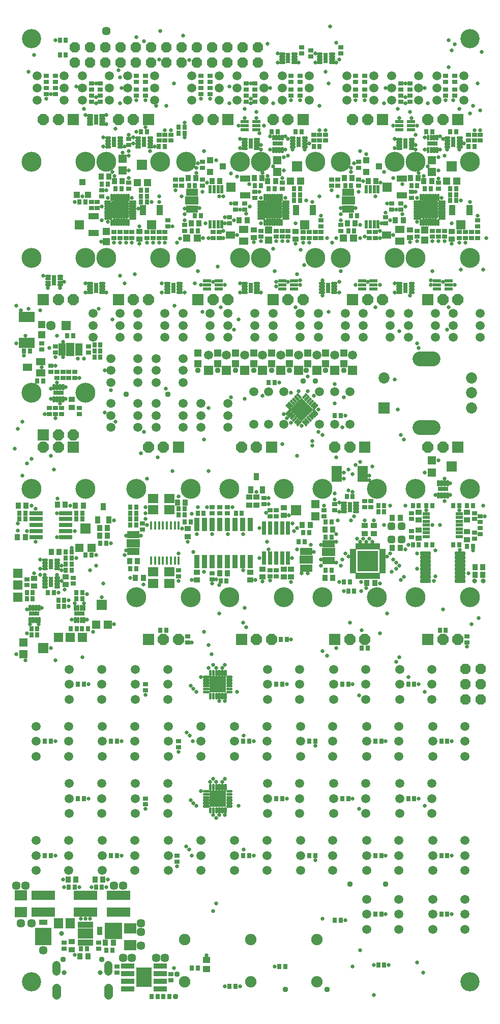
<source format=gbr>
G04 EAGLE Gerber RS-274X export*
G75*
%MOMM*%
%FSLAX34Y34*%
%LPD*%
%INSoldermask Bottom*%
%IPPOS*%
%AMOC8*
5,1,8,0,0,1.08239X$1,22.5*%
G01*
%ADD10C,3.203200*%
%ADD11R,0.803200X0.903200*%
%ADD12R,0.903200X0.803200*%
%ADD13R,0.863600X2.235200*%
%ADD14R,1.103200X0.903200*%
%ADD15R,0.903200X1.103200*%
%ADD16R,1.603200X1.203200*%
%ADD17R,1.853200X1.853200*%
%ADD18P,2.005885X8X112.500000*%
%ADD19C,3.319200*%
%ADD20P,2.005885X8X292.500000*%
%ADD21R,0.750300X2.171700*%
%ADD22R,1.703200X1.803200*%
%ADD23R,1.403200X1.403200*%
%ADD24R,0.473200X1.163200*%
%ADD25R,2.203200X1.403200*%
%ADD26R,0.903200X1.203200*%
%ADD27R,1.163200X0.473200*%
%ADD28R,1.403200X2.203200*%
%ADD29C,1.903200*%
%ADD30C,0.803200*%
%ADD31C,0.833200*%
%ADD32C,1.361200*%
%ADD33C,1.403200*%
%ADD34C,1.511200*%
%ADD35C,0.306600*%
%ADD36R,1.153200X1.053200*%
%ADD37C,0.269722*%
%ADD38R,2.803200X2.803200*%
%ADD39R,1.193800X0.508000*%
%ADD40R,0.508000X1.016000*%
%ADD41R,1.016000X0.508000*%
%ADD42R,3.454400X3.454400*%
%ADD43C,0.721750*%
%ADD44R,0.450000X1.350000*%
%ADD45R,1.703200X1.503200*%
%ADD46C,0.423200*%
%ADD47R,2.903200X2.903200*%
%ADD48R,1.303200X1.203200*%
%ADD49R,1.203200X1.303200*%
%ADD50R,1.503200X1.503200*%
%ADD51R,1.803200X1.103200*%
%ADD52R,1.103200X1.803200*%
%ADD53R,0.553200X1.403200*%
%ADD54C,0.222334*%
%ADD55R,0.653200X1.803200*%
%ADD56R,1.611200X1.611200*%
%ADD57R,2.171700X0.750300*%
%ADD58R,1.803200X1.703200*%
%ADD59P,1.869504X8X202.500000*%
%ADD60P,1.869504X8X292.500000*%
%ADD61R,2.590800X1.752600*%
%ADD62R,4.015000X1.515000*%
%ADD63R,1.503200X1.703200*%
%ADD64R,2.873200X2.743200*%
%ADD65R,0.965200X1.473200*%
%ADD66R,2.743200X2.873200*%
%ADD67R,1.473200X0.965200*%
%ADD68R,2.003200X1.803200*%
%ADD69C,1.853200*%
%ADD70C,2.453200*%
%ADD71R,1.511200X1.511200*%
%ADD72R,2.803200X2.803200*%
%ADD73C,1.611200*%
%ADD74R,1.803200X0.653200*%
%ADD75R,0.700300X1.674100*%
%ADD76R,1.674100X0.684700*%
%ADD77R,1.003200X1.103200*%
%ADD78R,1.103200X1.003200*%
%ADD79R,1.388900X0.600300*%
%ADD80R,2.171700X0.805100*%
%ADD81R,2.603200X3.303200*%
%ADD82C,0.653200*%
%ADD83C,1.453200*%
%ADD84C,0.953200*%


D10*
X765000Y35000D03*
X35000Y35000D03*
X35000Y1605000D03*
X765000Y1605000D03*
D11*
X217500Y1450000D03*
X227500Y1450000D03*
D12*
X197500Y1437500D03*
X197500Y1427500D03*
X247500Y1445000D03*
X247500Y1435000D03*
D11*
X475000Y1450000D03*
X485000Y1450000D03*
X435000Y1450000D03*
X445000Y1450000D03*
D12*
X505000Y1445000D03*
X505000Y1435000D03*
D11*
X732500Y1450000D03*
X742500Y1450000D03*
X692500Y1450000D03*
X702500Y1450000D03*
D12*
X762500Y1445000D03*
X762500Y1435000D03*
D13*
X399450Y734266D03*
X399450Y795734D03*
X386750Y734266D03*
X374050Y734266D03*
X386750Y795734D03*
X374050Y795734D03*
X361350Y734266D03*
X361350Y795734D03*
X348650Y734266D03*
X348650Y795734D03*
X335950Y734266D03*
X323250Y734266D03*
X335950Y795734D03*
X323250Y795734D03*
X310550Y734266D03*
X310550Y795734D03*
D11*
X260000Y620000D03*
X250000Y620000D03*
X385350Y815000D03*
X375350Y815000D03*
D12*
X361350Y825000D03*
X361350Y815000D03*
X348650Y825000D03*
X348650Y815000D03*
D11*
X715000Y620000D03*
X725000Y620000D03*
D12*
X335950Y815000D03*
X335950Y825000D03*
D11*
X321900Y815000D03*
X311900Y815000D03*
D14*
X399450Y716500D03*
X399450Y703500D03*
D15*
X348500Y715000D03*
X361500Y715000D03*
D14*
X310550Y716500D03*
X310550Y703500D03*
D11*
X350000Y702500D03*
X360000Y702500D03*
D12*
X335950Y705000D03*
X335950Y715000D03*
X295000Y600000D03*
X295000Y610000D03*
D11*
X460000Y605000D03*
X450000Y605000D03*
X585000Y590000D03*
X595000Y590000D03*
D12*
X760000Y600000D03*
X760000Y610000D03*
X67500Y1060000D03*
X67500Y1050000D03*
X77500Y1050000D03*
X77500Y1040000D03*
D14*
X102500Y1004000D03*
X102500Y991000D03*
D12*
X85000Y980000D03*
X85000Y990000D03*
X65000Y980000D03*
X65000Y990000D03*
X75000Y980000D03*
X75000Y990000D03*
D11*
X45000Y1035000D03*
X55000Y1035000D03*
D16*
X29000Y1057500D03*
X51000Y1048000D03*
X51000Y1067000D03*
D12*
X87500Y1050000D03*
X87500Y1040000D03*
X97500Y1040000D03*
X97500Y1050000D03*
X115000Y990000D03*
X115000Y980000D03*
X107500Y1050000D03*
X107500Y1040000D03*
D17*
X105000Y1470000D03*
D18*
X80000Y1470000D03*
X55000Y1470000D03*
D19*
X35000Y1400000D03*
X125000Y1400000D03*
D17*
X230000Y605000D03*
D20*
X255000Y605000D03*
X280000Y605000D03*
D19*
X300000Y675000D03*
X210000Y675000D03*
D17*
X385000Y605000D03*
D20*
X410000Y605000D03*
X435000Y605000D03*
D19*
X455000Y675000D03*
X365000Y675000D03*
D17*
X540000Y605000D03*
D20*
X565000Y605000D03*
X590000Y605000D03*
D19*
X610000Y675000D03*
X520000Y675000D03*
D17*
X695000Y605000D03*
D20*
X720000Y605000D03*
X745000Y605000D03*
D19*
X765000Y675000D03*
X675000Y675000D03*
D17*
X55000Y945000D03*
D20*
X80000Y945000D03*
X105000Y945000D03*
D19*
X125000Y1015000D03*
X35000Y1015000D03*
D12*
X257500Y1445000D03*
X257500Y1435000D03*
X515000Y1445000D03*
X515000Y1435000D03*
X772500Y1445000D03*
X772500Y1435000D03*
D11*
X762500Y1425000D03*
X772500Y1425000D03*
X505000Y1425000D03*
X515000Y1425000D03*
X247000Y1425000D03*
X257000Y1425000D03*
X140000Y1075000D03*
X150000Y1075000D03*
X140000Y1085000D03*
X150000Y1085000D03*
X140000Y1095000D03*
X150000Y1095000D03*
D12*
X130000Y1092500D03*
X130000Y1082500D03*
D11*
X95000Y1110000D03*
X105000Y1110000D03*
D12*
X75000Y1092500D03*
X75000Y1082500D03*
D21*
X422500Y789734D03*
X432500Y789734D03*
X442500Y789734D03*
X452500Y789734D03*
X462500Y789734D03*
X462500Y740266D03*
X452500Y740266D03*
X442500Y740266D03*
X432500Y740266D03*
X422500Y740266D03*
D12*
X442500Y820000D03*
X442500Y810000D03*
D14*
X455000Y824000D03*
X455000Y811000D03*
D12*
X432500Y810000D03*
X432500Y820000D03*
X522500Y820000D03*
X522500Y810000D03*
D22*
X475500Y820000D03*
D23*
X508000Y830000D03*
X508000Y810000D03*
D11*
X497500Y782500D03*
X487500Y782500D03*
D15*
X499000Y795000D03*
X486000Y795000D03*
D11*
X490000Y767500D03*
X480000Y767500D03*
D12*
X442500Y710000D03*
X442500Y720000D03*
D14*
X455000Y721500D03*
X455000Y708500D03*
D12*
X432500Y720000D03*
X432500Y710000D03*
D15*
X523500Y787500D03*
X536500Y787500D03*
D11*
X550000Y137500D03*
X540000Y137500D03*
X535000Y775000D03*
X525000Y775000D03*
X535000Y720000D03*
X525000Y720000D03*
X525000Y800000D03*
X535000Y800000D03*
D15*
X523500Y707500D03*
X536500Y707500D03*
D24*
X537500Y736154D03*
X532500Y736154D03*
X527500Y736154D03*
X522500Y736154D03*
X522500Y763846D03*
X527500Y763846D03*
X532500Y763846D03*
X537500Y763846D03*
D25*
X530000Y750000D03*
D24*
X485000Y751346D03*
X490000Y751346D03*
X495000Y751346D03*
X500000Y751346D03*
X500000Y723654D03*
X495000Y723654D03*
X490000Y723654D03*
X485000Y723654D03*
D25*
X492500Y737500D03*
D26*
X410000Y876000D03*
X400500Y854000D03*
X419500Y854000D03*
D14*
X397500Y828500D03*
X397500Y841500D03*
X410000Y828500D03*
X410000Y841500D03*
D12*
X422500Y830000D03*
X422500Y840000D03*
D27*
X113846Y1095000D03*
X113846Y1090000D03*
X113846Y1085000D03*
X113846Y1080000D03*
X86154Y1080000D03*
X86154Y1085000D03*
X86154Y1090000D03*
X86154Y1095000D03*
D28*
X100000Y1087500D03*
D29*
X510000Y35000D03*
X510000Y105000D03*
D30*
X150000Y50000D03*
D31*
X150000Y50000D03*
X90000Y50000D03*
D32*
X76800Y51460D02*
X76800Y63040D01*
X163200Y63040D02*
X163200Y51460D01*
D33*
X76800Y25000D02*
X76800Y13000D01*
X163200Y13000D02*
X163200Y25000D01*
D22*
X219500Y1395000D03*
D23*
X187000Y1385000D03*
X187000Y1405000D03*
D22*
X477000Y1392500D03*
D23*
X444500Y1382500D03*
X444500Y1402500D03*
D22*
X734500Y1392500D03*
D23*
X702000Y1382500D03*
X702000Y1402500D03*
D34*
X43000Y270000D03*
X43000Y245000D03*
X43000Y220000D03*
X97000Y270000D03*
X97000Y245000D03*
X97000Y220000D03*
X98000Y365000D03*
X98000Y340000D03*
X98000Y315000D03*
X152000Y365000D03*
X152000Y340000D03*
X152000Y315000D03*
X153000Y270000D03*
X153000Y245000D03*
X153000Y220000D03*
X207000Y270000D03*
X207000Y245000D03*
X207000Y220000D03*
X208000Y365000D03*
X208000Y340000D03*
X208000Y315000D03*
X262000Y365000D03*
X262000Y340000D03*
X262000Y315000D03*
X263000Y270000D03*
X263000Y245000D03*
X263000Y220000D03*
X317000Y270000D03*
X317000Y245000D03*
X317000Y220000D03*
X373000Y270000D03*
X373000Y245000D03*
X373000Y220000D03*
X427000Y270000D03*
X427000Y245000D03*
X427000Y220000D03*
X428000Y365000D03*
X428000Y340000D03*
X428000Y315000D03*
X482000Y365000D03*
X482000Y340000D03*
X482000Y315000D03*
X483000Y270000D03*
X483000Y245000D03*
X483000Y220000D03*
X537000Y270000D03*
X537000Y245000D03*
X537000Y220000D03*
X538000Y365000D03*
X538000Y340000D03*
X538000Y315000D03*
X592000Y365000D03*
X592000Y340000D03*
X592000Y315000D03*
X593000Y270000D03*
X593000Y245000D03*
X593000Y220000D03*
X647000Y270000D03*
X647000Y245000D03*
X647000Y220000D03*
X648000Y365000D03*
X648000Y340000D03*
X648000Y315000D03*
X702000Y365000D03*
X702000Y340000D03*
X702000Y315000D03*
X703000Y270000D03*
X703000Y245000D03*
X703000Y220000D03*
X757000Y270000D03*
X757000Y245000D03*
X757000Y220000D03*
X43000Y460000D03*
X43000Y435000D03*
X43000Y410000D03*
X97000Y460000D03*
X97000Y435000D03*
X97000Y410000D03*
X98000Y555000D03*
X98000Y530000D03*
X98000Y505000D03*
X152000Y555000D03*
X152000Y530000D03*
X152000Y505000D03*
X153000Y460000D03*
X153000Y435000D03*
X153000Y410000D03*
X207000Y460000D03*
X207000Y435000D03*
X207000Y410000D03*
X208000Y555000D03*
X208000Y530000D03*
X208000Y505000D03*
X262000Y555000D03*
X262000Y530000D03*
X262000Y505000D03*
X263000Y460000D03*
X263000Y435000D03*
X263000Y410000D03*
X317000Y460000D03*
X317000Y435000D03*
X317000Y410000D03*
X373000Y460000D03*
X373000Y435000D03*
X373000Y410000D03*
X427000Y460000D03*
X427000Y435000D03*
X427000Y410000D03*
X428000Y555000D03*
X428000Y530000D03*
X428000Y505000D03*
X482000Y555000D03*
X482000Y530000D03*
X482000Y505000D03*
X483000Y460000D03*
X483000Y435000D03*
X483000Y410000D03*
X537000Y460000D03*
X537000Y435000D03*
X537000Y410000D03*
X538000Y555000D03*
X538000Y530000D03*
X538000Y505000D03*
X592000Y555000D03*
X592000Y530000D03*
X592000Y505000D03*
X593000Y460000D03*
X593000Y435000D03*
X593000Y410000D03*
X647000Y460000D03*
X647000Y435000D03*
X647000Y410000D03*
X648000Y555000D03*
X648000Y530000D03*
X648000Y505000D03*
X702000Y555000D03*
X702000Y530000D03*
X702000Y505000D03*
X703000Y460000D03*
X703000Y435000D03*
X703000Y410000D03*
X757000Y460000D03*
X757000Y435000D03*
X757000Y410000D03*
X167500Y1072500D03*
X167500Y1052500D03*
X167500Y1032500D03*
X212500Y1072500D03*
X212500Y1052500D03*
X212500Y1032500D03*
X167500Y997500D03*
X167500Y977500D03*
X167500Y957500D03*
X212500Y997500D03*
X212500Y977500D03*
X212500Y957500D03*
X242500Y1072500D03*
X242500Y1052500D03*
X242500Y1032500D03*
X287500Y1072500D03*
X287500Y1052500D03*
X287500Y1032500D03*
X242500Y997500D03*
X242500Y977500D03*
X242500Y957500D03*
X287500Y997500D03*
X287500Y977500D03*
X287500Y957500D03*
D35*
X741367Y749283D02*
X756033Y749283D01*
X756033Y746217D01*
X741367Y746217D01*
X741367Y749283D01*
X741367Y749130D02*
X756033Y749130D01*
X756033Y742783D02*
X741367Y742783D01*
X756033Y742783D02*
X756033Y739717D01*
X741367Y739717D01*
X741367Y742783D01*
X741367Y742630D02*
X756033Y742630D01*
X756033Y736283D02*
X741367Y736283D01*
X756033Y736283D02*
X756033Y733217D01*
X741367Y733217D01*
X741367Y736283D01*
X741367Y736130D02*
X756033Y736130D01*
X756033Y729783D02*
X741367Y729783D01*
X756033Y729783D02*
X756033Y726717D01*
X741367Y726717D01*
X741367Y729783D01*
X741367Y729630D02*
X756033Y729630D01*
X756033Y723283D02*
X741367Y723283D01*
X756033Y723283D02*
X756033Y720217D01*
X741367Y720217D01*
X741367Y723283D01*
X741367Y723130D02*
X756033Y723130D01*
X756033Y716783D02*
X741367Y716783D01*
X756033Y716783D02*
X756033Y713717D01*
X741367Y713717D01*
X741367Y716783D01*
X741367Y716630D02*
X756033Y716630D01*
X756033Y710283D02*
X741367Y710283D01*
X756033Y710283D02*
X756033Y707217D01*
X741367Y707217D01*
X741367Y710283D01*
X741367Y710130D02*
X756033Y710130D01*
X756033Y703783D02*
X741367Y703783D01*
X756033Y703783D02*
X756033Y700717D01*
X741367Y700717D01*
X741367Y703783D01*
X741367Y703630D02*
X756033Y703630D01*
X698633Y703783D02*
X683967Y703783D01*
X698633Y703783D02*
X698633Y700717D01*
X683967Y700717D01*
X683967Y703783D01*
X683967Y703630D02*
X698633Y703630D01*
X698633Y710283D02*
X683967Y710283D01*
X698633Y710283D02*
X698633Y707217D01*
X683967Y707217D01*
X683967Y710283D01*
X683967Y710130D02*
X698633Y710130D01*
X698633Y716783D02*
X683967Y716783D01*
X698633Y716783D02*
X698633Y713717D01*
X683967Y713717D01*
X683967Y716783D01*
X683967Y716630D02*
X698633Y716630D01*
X698633Y723283D02*
X683967Y723283D01*
X698633Y723283D02*
X698633Y720217D01*
X683967Y720217D01*
X683967Y723283D01*
X683967Y723130D02*
X698633Y723130D01*
X698633Y729783D02*
X683967Y729783D01*
X698633Y729783D02*
X698633Y726717D01*
X683967Y726717D01*
X683967Y729783D01*
X683967Y729630D02*
X698633Y729630D01*
X698633Y736283D02*
X683967Y736283D01*
X698633Y736283D02*
X698633Y733217D01*
X683967Y733217D01*
X683967Y736283D01*
X683967Y736130D02*
X698633Y736130D01*
X698633Y742783D02*
X683967Y742783D01*
X698633Y742783D02*
X698633Y739717D01*
X683967Y739717D01*
X683967Y742783D01*
X683967Y742630D02*
X698633Y742630D01*
X698633Y749283D02*
X683967Y749283D01*
X698633Y749283D02*
X698633Y746217D01*
X683967Y746217D01*
X683967Y749283D01*
X683967Y749130D02*
X698633Y749130D01*
D29*
X290000Y35000D03*
X290000Y105000D03*
D36*
X327000Y56000D03*
X327000Y71000D03*
D11*
X312500Y57500D03*
X302500Y57500D03*
D37*
X358518Y316682D02*
X358518Y324618D01*
X358518Y316682D02*
X356482Y316682D01*
X356482Y324618D01*
X358518Y324618D01*
X358518Y319244D02*
X356482Y319244D01*
X356482Y321806D02*
X358518Y321806D01*
X358518Y324368D02*
X356482Y324368D01*
X353518Y324618D02*
X353518Y316682D01*
X351482Y316682D01*
X351482Y324618D01*
X353518Y324618D01*
X353518Y319244D02*
X351482Y319244D01*
X351482Y321806D02*
X353518Y321806D01*
X353518Y324368D02*
X351482Y324368D01*
X348518Y324618D02*
X348518Y316682D01*
X346482Y316682D01*
X346482Y324618D01*
X348518Y324618D01*
X348518Y319244D02*
X346482Y319244D01*
X346482Y321806D02*
X348518Y321806D01*
X348518Y324368D02*
X346482Y324368D01*
X343518Y324618D02*
X343518Y316682D01*
X341482Y316682D01*
X341482Y324618D01*
X343518Y324618D01*
X343518Y319244D02*
X341482Y319244D01*
X341482Y321806D02*
X343518Y321806D01*
X343518Y324368D02*
X341482Y324368D01*
X338518Y324618D02*
X338518Y316682D01*
X336482Y316682D01*
X336482Y324618D01*
X338518Y324618D01*
X338518Y319244D02*
X336482Y319244D01*
X336482Y321806D02*
X338518Y321806D01*
X338518Y324368D02*
X336482Y324368D01*
X333518Y324618D02*
X333518Y316682D01*
X331482Y316682D01*
X331482Y324618D01*
X333518Y324618D01*
X333518Y319244D02*
X331482Y319244D01*
X331482Y321806D02*
X333518Y321806D01*
X333518Y324368D02*
X331482Y324368D01*
X333518Y355382D02*
X333518Y363318D01*
X333518Y355382D02*
X331482Y355382D01*
X331482Y363318D01*
X333518Y363318D01*
X333518Y357944D02*
X331482Y357944D01*
X331482Y360506D02*
X333518Y360506D01*
X333518Y363068D02*
X331482Y363068D01*
X338518Y363318D02*
X338518Y355382D01*
X336482Y355382D01*
X336482Y363318D01*
X338518Y363318D01*
X338518Y357944D02*
X336482Y357944D01*
X336482Y360506D02*
X338518Y360506D01*
X338518Y363068D02*
X336482Y363068D01*
X343518Y363318D02*
X343518Y355382D01*
X341482Y355382D01*
X341482Y363318D01*
X343518Y363318D01*
X343518Y357944D02*
X341482Y357944D01*
X341482Y360506D02*
X343518Y360506D01*
X343518Y363068D02*
X341482Y363068D01*
X348518Y363318D02*
X348518Y355382D01*
X346482Y355382D01*
X346482Y363318D01*
X348518Y363318D01*
X348518Y357944D02*
X346482Y357944D01*
X346482Y360506D02*
X348518Y360506D01*
X348518Y363068D02*
X346482Y363068D01*
X353518Y363318D02*
X353518Y355382D01*
X351482Y355382D01*
X351482Y363318D01*
X353518Y363318D01*
X353518Y357944D02*
X351482Y357944D01*
X351482Y360506D02*
X353518Y360506D01*
X353518Y363068D02*
X351482Y363068D01*
X358518Y363318D02*
X358518Y355382D01*
X356482Y355382D01*
X356482Y363318D01*
X358518Y363318D01*
X358518Y357944D02*
X356482Y357944D01*
X356482Y360506D02*
X358518Y360506D01*
X358518Y363068D02*
X356482Y363068D01*
X360382Y353518D02*
X368318Y353518D01*
X368318Y351482D01*
X360382Y351482D01*
X360382Y353518D01*
X360382Y348518D02*
X368318Y348518D01*
X368318Y346482D01*
X360382Y346482D01*
X360382Y348518D01*
X360382Y343518D02*
X368318Y343518D01*
X368318Y341482D01*
X360382Y341482D01*
X360382Y343518D01*
X360382Y338518D02*
X368318Y338518D01*
X368318Y336482D01*
X360382Y336482D01*
X360382Y338518D01*
X360382Y333518D02*
X368318Y333518D01*
X368318Y331482D01*
X360382Y331482D01*
X360382Y333518D01*
X360382Y328518D02*
X368318Y328518D01*
X368318Y326482D01*
X360382Y326482D01*
X360382Y328518D01*
X329618Y328518D02*
X321682Y328518D01*
X329618Y328518D02*
X329618Y326482D01*
X321682Y326482D01*
X321682Y328518D01*
X321682Y333518D02*
X329618Y333518D01*
X329618Y331482D01*
X321682Y331482D01*
X321682Y333518D01*
X321682Y338518D02*
X329618Y338518D01*
X329618Y336482D01*
X321682Y336482D01*
X321682Y338518D01*
X321682Y343518D02*
X329618Y343518D01*
X329618Y341482D01*
X321682Y341482D01*
X321682Y343518D01*
X321682Y348518D02*
X329618Y348518D01*
X329618Y346482D01*
X321682Y346482D01*
X321682Y348518D01*
X321682Y353518D02*
X329618Y353518D01*
X329618Y351482D01*
X321682Y351482D01*
X321682Y353518D01*
D38*
X345000Y340000D03*
D37*
X358518Y506682D02*
X358518Y514618D01*
X358518Y506682D02*
X356482Y506682D01*
X356482Y514618D01*
X358518Y514618D01*
X358518Y509244D02*
X356482Y509244D01*
X356482Y511806D02*
X358518Y511806D01*
X358518Y514368D02*
X356482Y514368D01*
X353518Y514618D02*
X353518Y506682D01*
X351482Y506682D01*
X351482Y514618D01*
X353518Y514618D01*
X353518Y509244D02*
X351482Y509244D01*
X351482Y511806D02*
X353518Y511806D01*
X353518Y514368D02*
X351482Y514368D01*
X348518Y514618D02*
X348518Y506682D01*
X346482Y506682D01*
X346482Y514618D01*
X348518Y514618D01*
X348518Y509244D02*
X346482Y509244D01*
X346482Y511806D02*
X348518Y511806D01*
X348518Y514368D02*
X346482Y514368D01*
X343518Y514618D02*
X343518Y506682D01*
X341482Y506682D01*
X341482Y514618D01*
X343518Y514618D01*
X343518Y509244D02*
X341482Y509244D01*
X341482Y511806D02*
X343518Y511806D01*
X343518Y514368D02*
X341482Y514368D01*
X338518Y514618D02*
X338518Y506682D01*
X336482Y506682D01*
X336482Y514618D01*
X338518Y514618D01*
X338518Y509244D02*
X336482Y509244D01*
X336482Y511806D02*
X338518Y511806D01*
X338518Y514368D02*
X336482Y514368D01*
X333518Y514618D02*
X333518Y506682D01*
X331482Y506682D01*
X331482Y514618D01*
X333518Y514618D01*
X333518Y509244D02*
X331482Y509244D01*
X331482Y511806D02*
X333518Y511806D01*
X333518Y514368D02*
X331482Y514368D01*
X333518Y545382D02*
X333518Y553318D01*
X333518Y545382D02*
X331482Y545382D01*
X331482Y553318D01*
X333518Y553318D01*
X333518Y547944D02*
X331482Y547944D01*
X331482Y550506D02*
X333518Y550506D01*
X333518Y553068D02*
X331482Y553068D01*
X338518Y553318D02*
X338518Y545382D01*
X336482Y545382D01*
X336482Y553318D01*
X338518Y553318D01*
X338518Y547944D02*
X336482Y547944D01*
X336482Y550506D02*
X338518Y550506D01*
X338518Y553068D02*
X336482Y553068D01*
X343518Y553318D02*
X343518Y545382D01*
X341482Y545382D01*
X341482Y553318D01*
X343518Y553318D01*
X343518Y547944D02*
X341482Y547944D01*
X341482Y550506D02*
X343518Y550506D01*
X343518Y553068D02*
X341482Y553068D01*
X348518Y553318D02*
X348518Y545382D01*
X346482Y545382D01*
X346482Y553318D01*
X348518Y553318D01*
X348518Y547944D02*
X346482Y547944D01*
X346482Y550506D02*
X348518Y550506D01*
X348518Y553068D02*
X346482Y553068D01*
X353518Y553318D02*
X353518Y545382D01*
X351482Y545382D01*
X351482Y553318D01*
X353518Y553318D01*
X353518Y547944D02*
X351482Y547944D01*
X351482Y550506D02*
X353518Y550506D01*
X353518Y553068D02*
X351482Y553068D01*
X358518Y553318D02*
X358518Y545382D01*
X356482Y545382D01*
X356482Y553318D01*
X358518Y553318D01*
X358518Y547944D02*
X356482Y547944D01*
X356482Y550506D02*
X358518Y550506D01*
X358518Y553068D02*
X356482Y553068D01*
X360382Y543518D02*
X368318Y543518D01*
X368318Y541482D01*
X360382Y541482D01*
X360382Y543518D01*
X360382Y538518D02*
X368318Y538518D01*
X368318Y536482D01*
X360382Y536482D01*
X360382Y538518D01*
X360382Y533518D02*
X368318Y533518D01*
X368318Y531482D01*
X360382Y531482D01*
X360382Y533518D01*
X360382Y528518D02*
X368318Y528518D01*
X368318Y526482D01*
X360382Y526482D01*
X360382Y528518D01*
X360382Y523518D02*
X368318Y523518D01*
X368318Y521482D01*
X360382Y521482D01*
X360382Y523518D01*
X360382Y518518D02*
X368318Y518518D01*
X368318Y516482D01*
X360382Y516482D01*
X360382Y518518D01*
X329618Y518518D02*
X321682Y518518D01*
X329618Y518518D02*
X329618Y516482D01*
X321682Y516482D01*
X321682Y518518D01*
X321682Y523518D02*
X329618Y523518D01*
X329618Y521482D01*
X321682Y521482D01*
X321682Y523518D01*
X321682Y528518D02*
X329618Y528518D01*
X329618Y526482D01*
X321682Y526482D01*
X321682Y528518D01*
X321682Y533518D02*
X329618Y533518D01*
X329618Y531482D01*
X321682Y531482D01*
X321682Y533518D01*
X321682Y538518D02*
X329618Y538518D01*
X329618Y536482D01*
X321682Y536482D01*
X321682Y538518D01*
X321682Y543518D02*
X329618Y543518D01*
X329618Y541482D01*
X321682Y541482D01*
X321682Y543518D01*
D38*
X345000Y530000D03*
D11*
X612500Y62500D03*
X622500Y62500D03*
D29*
X400000Y35000D03*
X400000Y105000D03*
D34*
X703000Y172500D03*
X703000Y147500D03*
X703000Y122500D03*
X757000Y172500D03*
X757000Y147500D03*
X757000Y122500D03*
X593000Y172500D03*
X593000Y147500D03*
X593000Y122500D03*
X647000Y172500D03*
X647000Y147500D03*
X647000Y122500D03*
D11*
X375000Y27500D03*
X365000Y27500D03*
X457500Y60000D03*
X447500Y60000D03*
D39*
X747178Y814050D03*
X747178Y807700D03*
X747178Y801350D03*
X747178Y795000D03*
X747178Y788650D03*
X747178Y782300D03*
X747178Y775950D03*
X692822Y814050D03*
X692822Y807700D03*
X692822Y801350D03*
X692822Y795000D03*
X692822Y788650D03*
X692822Y782300D03*
X692822Y775950D03*
D12*
X782500Y790000D03*
X782500Y780000D03*
X782500Y810000D03*
X782500Y800000D03*
X772500Y782500D03*
X772500Y772500D03*
X772500Y805000D03*
X772500Y815000D03*
X667500Y785000D03*
X667500Y775000D03*
X667500Y805000D03*
X667500Y815000D03*
D14*
X760000Y784000D03*
X760000Y771000D03*
X760000Y803500D03*
X760000Y816500D03*
X680000Y786500D03*
X680000Y773500D03*
X680000Y803500D03*
X680000Y816500D03*
D11*
X680000Y827500D03*
X670000Y827500D03*
X680000Y762500D03*
X670000Y762500D03*
X760000Y760000D03*
X770000Y760000D03*
X760000Y827500D03*
X770000Y827500D03*
D40*
X577474Y759638D03*
X582554Y759638D03*
X587380Y759638D03*
X592460Y759638D03*
X597540Y759638D03*
X602620Y759638D03*
X607446Y759638D03*
X612526Y759638D03*
D41*
X619638Y752526D03*
X619638Y747446D03*
X619638Y742620D03*
X619638Y737540D03*
X619638Y732460D03*
X619638Y727380D03*
X619638Y722554D03*
X619638Y717474D03*
D40*
X612526Y710362D03*
X607446Y710362D03*
X602620Y710362D03*
X597540Y710362D03*
X592460Y710362D03*
X587380Y710362D03*
X582554Y710362D03*
X577474Y710362D03*
D41*
X570362Y717474D03*
X570362Y722554D03*
X570362Y727380D03*
X570362Y732460D03*
X570362Y737540D03*
X570362Y742620D03*
X570362Y747446D03*
X570362Y752526D03*
D42*
X595000Y735000D03*
D17*
X745000Y925000D03*
D18*
X720000Y925000D03*
X695000Y925000D03*
D19*
X675000Y855000D03*
X765000Y855000D03*
D43*
X636307Y774407D02*
X636307Y768593D01*
X631693Y768593D01*
X631693Y774407D01*
X636307Y774407D01*
X636307Y790593D02*
X636307Y796407D01*
X636307Y790593D02*
X631693Y790593D01*
X631693Y796407D01*
X636307Y796407D01*
X653307Y796407D02*
X653307Y790593D01*
X648693Y790593D01*
X648693Y796407D01*
X653307Y796407D01*
X653307Y774407D02*
X653307Y768593D01*
X648693Y768593D01*
X648693Y774407D01*
X653307Y774407D01*
D15*
X636000Y757500D03*
X649000Y757500D03*
X649000Y807500D03*
X636000Y807500D03*
D44*
X280250Y735750D03*
X273750Y735750D03*
X267250Y735750D03*
X260750Y735750D03*
X254250Y735750D03*
X247750Y735750D03*
X241250Y735750D03*
X234750Y735750D03*
X234750Y794250D03*
X241250Y794250D03*
X247750Y794250D03*
X254250Y794250D03*
X260750Y794250D03*
X267250Y794250D03*
X273750Y794250D03*
X280250Y794250D03*
D12*
X280000Y710000D03*
X280000Y720000D03*
D11*
X280000Y822500D03*
X290000Y822500D03*
X280000Y812500D03*
X290000Y812500D03*
D15*
X291500Y832500D03*
X278500Y832500D03*
D45*
X237500Y839500D03*
X237500Y820500D03*
X265000Y820500D03*
X265000Y839500D03*
X265000Y717000D03*
X265000Y698000D03*
X237500Y698000D03*
X237500Y717000D03*
D17*
X590000Y925000D03*
D18*
X565000Y925000D03*
X540000Y925000D03*
D19*
X520000Y855000D03*
X610000Y855000D03*
D17*
X280000Y925000D03*
D18*
X255000Y925000D03*
X230000Y925000D03*
D19*
X210000Y855000D03*
X300000Y855000D03*
D17*
X435000Y925000D03*
D18*
X410000Y925000D03*
X385000Y925000D03*
D19*
X365000Y855000D03*
X455000Y855000D03*
D24*
X212500Y751154D03*
X207500Y751154D03*
X202500Y751154D03*
X197500Y751154D03*
X197500Y778846D03*
X202500Y778846D03*
X207500Y778846D03*
X212500Y778846D03*
D25*
X205000Y765000D03*
D11*
X200000Y815000D03*
X210000Y815000D03*
X210000Y795000D03*
X200000Y795000D03*
D12*
X220000Y797500D03*
X220000Y787500D03*
D11*
X290000Y800000D03*
X300000Y800000D03*
D15*
X211500Y735000D03*
X198500Y735000D03*
D11*
X200000Y722500D03*
X210000Y722500D03*
X200000Y805000D03*
X210000Y805000D03*
D46*
X207046Y1334000D02*
X199734Y1334000D01*
X198734Y1330000D02*
X207046Y1330000D01*
X207046Y1326000D02*
X198734Y1326000D01*
X198734Y1322000D02*
X207046Y1322000D01*
X207046Y1318000D02*
X198734Y1318000D01*
X198734Y1314000D02*
X207046Y1314000D01*
X207046Y1310000D02*
X198734Y1310000D01*
X199734Y1306000D02*
X207046Y1306000D01*
X196500Y1302766D02*
X196500Y1295454D01*
X192500Y1295454D02*
X192500Y1303766D01*
X188500Y1303766D02*
X188500Y1295454D01*
X184500Y1295454D02*
X184500Y1303766D01*
X180500Y1303766D02*
X180500Y1295454D01*
X176500Y1295454D02*
X176500Y1303766D01*
X172500Y1303766D02*
X172500Y1295454D01*
X168500Y1295454D02*
X168500Y1302766D01*
X166266Y1306000D02*
X157954Y1306000D01*
X157954Y1310000D02*
X166266Y1310000D01*
X166266Y1314000D02*
X157954Y1314000D01*
X157954Y1318000D02*
X166266Y1318000D01*
X166266Y1322000D02*
X157954Y1322000D01*
X157954Y1326000D02*
X166266Y1326000D01*
X166266Y1330000D02*
X157954Y1330000D01*
X157954Y1334000D02*
X165266Y1334000D01*
X168500Y1337234D02*
X168500Y1344546D01*
X172500Y1344546D02*
X172500Y1336234D01*
X176500Y1336234D02*
X176500Y1344546D01*
X180500Y1344546D02*
X180500Y1336234D01*
X184500Y1336234D02*
X184500Y1344546D01*
X188500Y1344546D02*
X188500Y1336234D01*
X192500Y1336234D02*
X192500Y1344546D01*
X196500Y1344546D02*
X196500Y1337234D01*
D47*
X182500Y1320000D03*
D12*
X197500Y1355000D03*
X197500Y1365000D03*
D11*
X185000Y1355000D03*
X175000Y1355000D03*
D15*
X164000Y1375000D03*
X151000Y1375000D03*
D12*
X152500Y1342500D03*
X152500Y1352500D03*
D15*
X173500Y1367500D03*
X186500Y1367500D03*
D11*
X227500Y1342500D03*
X217500Y1342500D03*
X227500Y1332500D03*
X217500Y1332500D03*
X227500Y1352500D03*
X217500Y1352500D03*
D48*
X211500Y1365000D03*
X228500Y1365000D03*
D12*
X262500Y1292500D03*
X262500Y1302500D03*
X227500Y1272500D03*
X227500Y1282500D03*
X237500Y1272500D03*
X237500Y1282500D03*
D14*
X215000Y1284000D03*
X215000Y1271000D03*
D12*
X202500Y1272500D03*
X202500Y1282500D03*
X192500Y1272500D03*
X192500Y1282500D03*
X182500Y1272500D03*
X182500Y1282500D03*
D49*
X160000Y1283500D03*
X160000Y1266500D03*
D12*
X145000Y1332500D03*
X145000Y1322500D03*
X135000Y1332500D03*
X135000Y1322500D03*
D50*
X114600Y1295000D03*
D51*
X138900Y1309000D03*
X138900Y1281000D03*
D17*
X230000Y1470000D03*
D18*
X205000Y1470000D03*
X180000Y1470000D03*
D19*
X160000Y1400000D03*
X250000Y1400000D03*
D17*
X180000Y1170000D03*
D20*
X205000Y1170000D03*
X230000Y1170000D03*
D19*
X250000Y1240000D03*
X160000Y1240000D03*
D17*
X55000Y1170000D03*
D20*
X80000Y1170000D03*
X105000Y1170000D03*
D19*
X125000Y1240000D03*
X35000Y1240000D03*
D50*
X235000Y1294600D03*
D52*
X221000Y1318900D03*
X249000Y1318900D03*
D17*
X362500Y1470000D03*
D18*
X337500Y1470000D03*
X312500Y1470000D03*
D19*
X292500Y1400000D03*
X382500Y1400000D03*
D46*
X454734Y1334000D02*
X462046Y1334000D01*
X462046Y1330000D02*
X453734Y1330000D01*
X453734Y1326000D02*
X462046Y1326000D01*
X462046Y1322000D02*
X453734Y1322000D01*
X453734Y1318000D02*
X462046Y1318000D01*
X462046Y1314000D02*
X453734Y1314000D01*
X453734Y1310000D02*
X462046Y1310000D01*
X462046Y1306000D02*
X454734Y1306000D01*
X451500Y1302766D02*
X451500Y1295454D01*
X447500Y1295454D02*
X447500Y1303766D01*
X443500Y1303766D02*
X443500Y1295454D01*
X439500Y1295454D02*
X439500Y1303766D01*
X435500Y1303766D02*
X435500Y1295454D01*
X431500Y1295454D02*
X431500Y1303766D01*
X427500Y1303766D02*
X427500Y1295454D01*
X423500Y1295454D02*
X423500Y1302766D01*
X421266Y1306000D02*
X412954Y1306000D01*
X412954Y1310000D02*
X421266Y1310000D01*
X421266Y1314000D02*
X412954Y1314000D01*
X412954Y1318000D02*
X421266Y1318000D01*
X421266Y1322000D02*
X412954Y1322000D01*
X412954Y1326000D02*
X421266Y1326000D01*
X421266Y1330000D02*
X412954Y1330000D01*
X412954Y1334000D02*
X420266Y1334000D01*
X423500Y1337234D02*
X423500Y1344546D01*
X427500Y1344546D02*
X427500Y1336234D01*
X431500Y1336234D02*
X431500Y1344546D01*
X435500Y1344546D02*
X435500Y1336234D01*
X439500Y1336234D02*
X439500Y1344546D01*
X443500Y1344546D02*
X443500Y1336234D01*
X447500Y1336234D02*
X447500Y1344546D01*
X451500Y1344546D02*
X451500Y1337234D01*
D47*
X437500Y1320000D03*
D12*
X452500Y1355000D03*
X452500Y1365000D03*
D11*
X440000Y1355000D03*
X430000Y1355000D03*
D15*
X419000Y1372500D03*
X406000Y1372500D03*
D12*
X407500Y1340000D03*
X407500Y1350000D03*
D15*
X428500Y1367500D03*
X441500Y1367500D03*
D11*
X482500Y1345000D03*
X472500Y1345000D03*
X482500Y1335000D03*
X472500Y1335000D03*
X482500Y1355000D03*
X472500Y1355000D03*
D48*
X466500Y1367500D03*
X483500Y1367500D03*
D12*
X517500Y1302500D03*
X517500Y1292500D03*
X487500Y1272500D03*
X487500Y1282500D03*
X497500Y1272500D03*
X497500Y1282500D03*
D14*
X475000Y1284000D03*
X475000Y1271000D03*
D12*
X462500Y1275000D03*
X462500Y1285000D03*
X452500Y1275000D03*
X452500Y1285000D03*
X442500Y1275000D03*
X442500Y1285000D03*
D49*
X430000Y1286000D03*
X430000Y1269000D03*
D12*
X390000Y1330000D03*
X390000Y1320000D03*
X375000Y1330000D03*
X375000Y1320000D03*
D50*
X367100Y1357500D03*
D51*
X391400Y1371500D03*
X391400Y1343500D03*
D17*
X487500Y1470000D03*
D18*
X462500Y1470000D03*
X437500Y1470000D03*
D19*
X417500Y1400000D03*
X507500Y1400000D03*
D17*
X437500Y1170000D03*
D20*
X462500Y1170000D03*
X487500Y1170000D03*
D19*
X507500Y1240000D03*
X417500Y1240000D03*
D17*
X312500Y1170000D03*
D20*
X337500Y1170000D03*
X362500Y1170000D03*
D19*
X382500Y1240000D03*
X292500Y1240000D03*
D50*
X490000Y1294600D03*
D52*
X476000Y1318900D03*
X504000Y1318900D03*
D17*
X620000Y1470000D03*
D18*
X595000Y1470000D03*
X570000Y1470000D03*
D19*
X550000Y1400000D03*
X640000Y1400000D03*
D46*
X714734Y1334000D02*
X722046Y1334000D01*
X722046Y1330000D02*
X713734Y1330000D01*
X713734Y1326000D02*
X722046Y1326000D01*
X722046Y1322000D02*
X713734Y1322000D01*
X713734Y1318000D02*
X722046Y1318000D01*
X722046Y1314000D02*
X713734Y1314000D01*
X713734Y1310000D02*
X722046Y1310000D01*
X722046Y1306000D02*
X714734Y1306000D01*
X711500Y1302766D02*
X711500Y1295454D01*
X707500Y1295454D02*
X707500Y1303766D01*
X703500Y1303766D02*
X703500Y1295454D01*
X699500Y1295454D02*
X699500Y1303766D01*
X695500Y1303766D02*
X695500Y1295454D01*
X691500Y1295454D02*
X691500Y1303766D01*
X687500Y1303766D02*
X687500Y1295454D01*
X683500Y1295454D02*
X683500Y1302766D01*
X681266Y1306000D02*
X672954Y1306000D01*
X672954Y1310000D02*
X681266Y1310000D01*
X681266Y1314000D02*
X672954Y1314000D01*
X672954Y1318000D02*
X681266Y1318000D01*
X681266Y1322000D02*
X672954Y1322000D01*
X672954Y1326000D02*
X681266Y1326000D01*
X681266Y1330000D02*
X672954Y1330000D01*
X672954Y1334000D02*
X680266Y1334000D01*
X683500Y1337234D02*
X683500Y1344546D01*
X687500Y1344546D02*
X687500Y1336234D01*
X691500Y1336234D02*
X691500Y1344546D01*
X695500Y1344546D02*
X695500Y1336234D01*
X699500Y1336234D02*
X699500Y1344546D01*
X703500Y1344546D02*
X703500Y1336234D01*
X707500Y1336234D02*
X707500Y1344546D01*
X711500Y1344546D02*
X711500Y1337234D01*
D47*
X697500Y1320000D03*
D12*
X712500Y1355000D03*
X712500Y1365000D03*
D11*
X700000Y1355000D03*
X690000Y1355000D03*
D15*
X679000Y1372500D03*
X666000Y1372500D03*
D12*
X667500Y1340000D03*
X667500Y1350000D03*
D15*
X688500Y1367500D03*
X701500Y1367500D03*
D11*
X742500Y1345000D03*
X732500Y1345000D03*
X742500Y1335000D03*
X732500Y1335000D03*
X742500Y1355000D03*
X732500Y1355000D03*
D48*
X726500Y1367500D03*
X743500Y1367500D03*
D12*
X777500Y1302500D03*
X777500Y1292500D03*
X747500Y1272500D03*
X747500Y1282500D03*
X757500Y1272500D03*
X757500Y1282500D03*
D14*
X735000Y1284000D03*
X735000Y1271000D03*
D12*
X722500Y1275000D03*
X722500Y1285000D03*
X712500Y1275000D03*
X712500Y1285000D03*
X702500Y1275000D03*
X702500Y1285000D03*
D49*
X690000Y1286000D03*
X690000Y1269000D03*
D12*
X650000Y1330000D03*
X650000Y1320000D03*
X635000Y1330000D03*
X635000Y1320000D03*
D50*
X627100Y1357500D03*
D51*
X651400Y1371500D03*
X651400Y1343500D03*
D17*
X745000Y1470000D03*
D18*
X720000Y1470000D03*
X695000Y1470000D03*
D19*
X675000Y1400000D03*
X765000Y1400000D03*
D17*
X695000Y1170000D03*
D20*
X720000Y1170000D03*
X745000Y1170000D03*
D19*
X765000Y1240000D03*
X675000Y1240000D03*
D17*
X570000Y1170000D03*
D20*
X595000Y1170000D03*
X620000Y1170000D03*
D19*
X640000Y1240000D03*
X550000Y1240000D03*
D50*
X750000Y1294600D03*
D52*
X736000Y1318900D03*
X764000Y1318900D03*
D11*
X312500Y1285000D03*
X302500Y1285000D03*
D12*
X290000Y1295000D03*
X290000Y1285000D03*
D15*
X314000Y1297500D03*
X301000Y1297500D03*
X309000Y1372500D03*
X296000Y1372500D03*
D12*
X275000Y1370000D03*
X275000Y1360000D03*
X285000Y1360000D03*
X285000Y1370000D03*
X320000Y1360000D03*
X320000Y1370000D03*
D16*
X388500Y1287000D03*
X366500Y1277500D03*
X388500Y1268000D03*
D12*
X365000Y1307500D03*
X365000Y1297500D03*
X347500Y1272500D03*
X347500Y1282500D03*
X337500Y1282500D03*
X337500Y1272500D03*
D15*
X336000Y1367500D03*
X349000Y1367500D03*
D48*
X311000Y1272500D03*
X294000Y1272500D03*
D53*
X352250Y1295750D03*
X345750Y1295750D03*
X339250Y1295750D03*
X332750Y1295750D03*
X332750Y1354250D03*
X339250Y1354250D03*
X345750Y1354250D03*
X352250Y1354250D03*
D24*
X310000Y1321154D03*
X305000Y1321154D03*
X300000Y1321154D03*
X295000Y1321154D03*
X295000Y1348846D03*
X300000Y1348846D03*
X305000Y1348846D03*
X310000Y1348846D03*
D25*
X302500Y1335000D03*
D11*
X572500Y1285000D03*
X562500Y1285000D03*
D12*
X550000Y1295000D03*
X550000Y1285000D03*
D15*
X574000Y1297500D03*
X561000Y1297500D03*
X569000Y1372500D03*
X556000Y1372500D03*
D12*
X535000Y1370000D03*
X535000Y1360000D03*
X545000Y1360000D03*
X545000Y1370000D03*
X580000Y1360000D03*
X580000Y1370000D03*
D16*
X648500Y1287000D03*
X626500Y1277500D03*
X648500Y1268000D03*
D12*
X625000Y1307500D03*
X625000Y1297500D03*
X607500Y1272500D03*
X607500Y1282500D03*
X597500Y1282500D03*
X597500Y1272500D03*
D15*
X596000Y1367500D03*
X609000Y1367500D03*
D48*
X571000Y1272500D03*
X554000Y1272500D03*
D53*
X612250Y1295750D03*
X605750Y1295750D03*
X599250Y1295750D03*
X592750Y1295750D03*
X592750Y1354250D03*
X599250Y1354250D03*
X605750Y1354250D03*
X612250Y1354250D03*
D24*
X570000Y1321154D03*
X565000Y1321154D03*
X560000Y1321154D03*
X555000Y1321154D03*
X555000Y1348846D03*
X560000Y1348846D03*
X565000Y1348846D03*
X570000Y1348846D03*
D25*
X562500Y1335000D03*
D34*
X212500Y1147500D03*
X212500Y1127500D03*
X212500Y1107500D03*
X257500Y1147500D03*
X257500Y1127500D03*
X257500Y1107500D03*
X287500Y1147500D03*
X287500Y1127500D03*
X287500Y1107500D03*
X332500Y1147500D03*
X332500Y1127500D03*
X332500Y1107500D03*
X512500Y1147500D03*
X512500Y1127500D03*
X512500Y1107500D03*
X557500Y1147500D03*
X557500Y1127500D03*
X557500Y1107500D03*
X587500Y1147500D03*
X587500Y1127500D03*
X587500Y1107500D03*
X632500Y1147500D03*
X632500Y1127500D03*
X632500Y1107500D03*
X362500Y1147500D03*
X362500Y1127500D03*
X362500Y1107500D03*
X407500Y1147500D03*
X407500Y1127500D03*
X407500Y1107500D03*
X662500Y1147500D03*
X662500Y1127500D03*
X662500Y1107500D03*
X707500Y1147500D03*
X707500Y1127500D03*
X707500Y1107500D03*
X437500Y1147500D03*
X437500Y1127500D03*
X437500Y1107500D03*
X482500Y1147500D03*
X482500Y1127500D03*
X482500Y1107500D03*
X737500Y1147500D03*
X737500Y1127500D03*
X737500Y1107500D03*
X782500Y1147500D03*
X782500Y1127500D03*
X782500Y1107500D03*
X137500Y1147500D03*
X137500Y1127500D03*
X137500Y1107500D03*
X182500Y1147500D03*
X182500Y1127500D03*
X182500Y1107500D03*
D15*
X394000Y1302500D03*
X381000Y1302500D03*
D14*
X405000Y1286500D03*
X405000Y1273500D03*
D12*
X417500Y1275000D03*
X417500Y1285000D03*
X677500Y1275000D03*
X677500Y1285000D03*
D15*
X654000Y1302500D03*
X641000Y1302500D03*
D14*
X665000Y1286500D03*
X665000Y1273500D03*
D54*
X664095Y1438705D02*
X671305Y1438705D01*
X671305Y1436295D01*
X664095Y1436295D01*
X664095Y1438705D01*
X664095Y1438407D02*
X671305Y1438407D01*
X671305Y1433705D02*
X664095Y1433705D01*
X671305Y1433705D02*
X671305Y1431295D01*
X664095Y1431295D01*
X664095Y1433705D01*
X664095Y1433407D02*
X671305Y1433407D01*
X671305Y1428705D02*
X664095Y1428705D01*
X671305Y1428705D02*
X671305Y1426295D01*
X664095Y1426295D01*
X664095Y1428705D01*
X664095Y1428407D02*
X671305Y1428407D01*
X671305Y1423705D02*
X664095Y1423705D01*
X671305Y1423705D02*
X671305Y1421295D01*
X664095Y1421295D01*
X664095Y1423705D01*
X664095Y1423407D02*
X671305Y1423407D01*
X650905Y1421295D02*
X643695Y1421295D01*
X643695Y1423705D01*
X650905Y1423705D01*
X650905Y1421295D01*
X650905Y1423407D02*
X643695Y1423407D01*
X643695Y1426295D02*
X650905Y1426295D01*
X643695Y1426295D02*
X643695Y1428705D01*
X650905Y1428705D01*
X650905Y1426295D01*
X650905Y1428407D02*
X643695Y1428407D01*
X643695Y1431295D02*
X650905Y1431295D01*
X643695Y1431295D02*
X643695Y1433705D01*
X650905Y1433705D01*
X650905Y1431295D01*
X650905Y1433407D02*
X643695Y1433407D01*
X643695Y1436295D02*
X650905Y1436295D01*
X643695Y1436295D02*
X643695Y1438705D01*
X650905Y1438705D01*
X650905Y1436295D01*
X650905Y1438407D02*
X643695Y1438407D01*
D55*
X657500Y1430000D03*
D54*
X664095Y1198705D02*
X671305Y1198705D01*
X671305Y1196295D01*
X664095Y1196295D01*
X664095Y1198705D01*
X664095Y1198407D02*
X671305Y1198407D01*
X671305Y1193705D02*
X664095Y1193705D01*
X671305Y1193705D02*
X671305Y1191295D01*
X664095Y1191295D01*
X664095Y1193705D01*
X664095Y1193407D02*
X671305Y1193407D01*
X671305Y1188705D02*
X664095Y1188705D01*
X671305Y1188705D02*
X671305Y1186295D01*
X664095Y1186295D01*
X664095Y1188705D01*
X664095Y1188407D02*
X671305Y1188407D01*
X671305Y1183705D02*
X664095Y1183705D01*
X671305Y1183705D02*
X671305Y1181295D01*
X664095Y1181295D01*
X664095Y1183705D01*
X664095Y1183407D02*
X671305Y1183407D01*
X650905Y1181295D02*
X643695Y1181295D01*
X643695Y1183705D01*
X650905Y1183705D01*
X650905Y1181295D01*
X650905Y1183407D02*
X643695Y1183407D01*
X643695Y1186295D02*
X650905Y1186295D01*
X643695Y1186295D02*
X643695Y1188705D01*
X650905Y1188705D01*
X650905Y1186295D01*
X650905Y1188407D02*
X643695Y1188407D01*
X643695Y1191295D02*
X650905Y1191295D01*
X643695Y1191295D02*
X643695Y1193705D01*
X650905Y1193705D01*
X650905Y1191295D01*
X650905Y1193407D02*
X643695Y1193407D01*
X643695Y1196295D02*
X650905Y1196295D01*
X643695Y1196295D02*
X643695Y1198705D01*
X650905Y1198705D01*
X650905Y1196295D01*
X650905Y1198407D02*
X643695Y1198407D01*
D55*
X657500Y1190000D03*
D54*
X542555Y1198705D02*
X535345Y1198705D01*
X542555Y1198705D02*
X542555Y1196295D01*
X535345Y1196295D01*
X535345Y1198705D01*
X535345Y1198407D02*
X542555Y1198407D01*
X542555Y1193705D02*
X535345Y1193705D01*
X542555Y1193705D02*
X542555Y1191295D01*
X535345Y1191295D01*
X535345Y1193705D01*
X535345Y1193407D02*
X542555Y1193407D01*
X542555Y1188705D02*
X535345Y1188705D01*
X542555Y1188705D02*
X542555Y1186295D01*
X535345Y1186295D01*
X535345Y1188705D01*
X535345Y1188407D02*
X542555Y1188407D01*
X542555Y1183705D02*
X535345Y1183705D01*
X542555Y1183705D02*
X542555Y1181295D01*
X535345Y1181295D01*
X535345Y1183705D01*
X535345Y1183407D02*
X542555Y1183407D01*
X522155Y1181295D02*
X514945Y1181295D01*
X514945Y1183705D01*
X522155Y1183705D01*
X522155Y1181295D01*
X522155Y1183407D02*
X514945Y1183407D01*
X514945Y1186295D02*
X522155Y1186295D01*
X514945Y1186295D02*
X514945Y1188705D01*
X522155Y1188705D01*
X522155Y1186295D01*
X522155Y1188407D02*
X514945Y1188407D01*
X514945Y1191295D02*
X522155Y1191295D01*
X514945Y1191295D02*
X514945Y1193705D01*
X522155Y1193705D01*
X522155Y1191295D01*
X522155Y1193407D02*
X514945Y1193407D01*
X514945Y1196295D02*
X522155Y1196295D01*
X514945Y1196295D02*
X514945Y1198705D01*
X522155Y1198705D01*
X522155Y1196295D01*
X522155Y1198407D02*
X514945Y1198407D01*
D55*
X528750Y1190000D03*
D54*
X413805Y1438705D02*
X406595Y1438705D01*
X413805Y1438705D02*
X413805Y1436295D01*
X406595Y1436295D01*
X406595Y1438705D01*
X406595Y1438407D02*
X413805Y1438407D01*
X413805Y1433705D02*
X406595Y1433705D01*
X413805Y1433705D02*
X413805Y1431295D01*
X406595Y1431295D01*
X406595Y1433705D01*
X406595Y1433407D02*
X413805Y1433407D01*
X413805Y1428705D02*
X406595Y1428705D01*
X413805Y1428705D02*
X413805Y1426295D01*
X406595Y1426295D01*
X406595Y1428705D01*
X406595Y1428407D02*
X413805Y1428407D01*
X413805Y1423705D02*
X406595Y1423705D01*
X413805Y1423705D02*
X413805Y1421295D01*
X406595Y1421295D01*
X406595Y1423705D01*
X406595Y1423407D02*
X413805Y1423407D01*
X393405Y1421295D02*
X386195Y1421295D01*
X386195Y1423705D01*
X393405Y1423705D01*
X393405Y1421295D01*
X393405Y1423407D02*
X386195Y1423407D01*
X386195Y1426295D02*
X393405Y1426295D01*
X386195Y1426295D02*
X386195Y1428705D01*
X393405Y1428705D01*
X393405Y1426295D01*
X393405Y1428407D02*
X386195Y1428407D01*
X386195Y1431295D02*
X393405Y1431295D01*
X386195Y1431295D02*
X386195Y1433705D01*
X393405Y1433705D01*
X393405Y1431295D01*
X393405Y1433407D02*
X386195Y1433407D01*
X386195Y1436295D02*
X393405Y1436295D01*
X386195Y1436295D02*
X386195Y1438705D01*
X393405Y1438705D01*
X393405Y1436295D01*
X393405Y1438407D02*
X386195Y1438407D01*
D55*
X400000Y1430000D03*
D54*
X406595Y1198705D02*
X413805Y1198705D01*
X413805Y1196295D01*
X406595Y1196295D01*
X406595Y1198705D01*
X406595Y1198407D02*
X413805Y1198407D01*
X413805Y1193705D02*
X406595Y1193705D01*
X413805Y1193705D02*
X413805Y1191295D01*
X406595Y1191295D01*
X406595Y1193705D01*
X406595Y1193407D02*
X413805Y1193407D01*
X413805Y1188705D02*
X406595Y1188705D01*
X413805Y1188705D02*
X413805Y1186295D01*
X406595Y1186295D01*
X406595Y1188705D01*
X406595Y1188407D02*
X413805Y1188407D01*
X413805Y1183705D02*
X406595Y1183705D01*
X413805Y1183705D02*
X413805Y1181295D01*
X406595Y1181295D01*
X406595Y1183705D01*
X406595Y1183407D02*
X413805Y1183407D01*
X393405Y1181295D02*
X386195Y1181295D01*
X386195Y1183705D01*
X393405Y1183705D01*
X393405Y1181295D01*
X393405Y1183407D02*
X386195Y1183407D01*
X386195Y1186295D02*
X393405Y1186295D01*
X386195Y1186295D02*
X386195Y1188705D01*
X393405Y1188705D01*
X393405Y1186295D01*
X393405Y1188407D02*
X386195Y1188407D01*
X386195Y1191295D02*
X393405Y1191295D01*
X386195Y1191295D02*
X386195Y1193705D01*
X393405Y1193705D01*
X393405Y1191295D01*
X393405Y1193407D02*
X386195Y1193407D01*
X386195Y1196295D02*
X393405Y1196295D01*
X386195Y1196295D02*
X386195Y1198705D01*
X393405Y1198705D01*
X393405Y1196295D01*
X393405Y1198407D02*
X386195Y1198407D01*
D55*
X400000Y1190000D03*
D54*
X285055Y1198705D02*
X277845Y1198705D01*
X285055Y1198705D02*
X285055Y1196295D01*
X277845Y1196295D01*
X277845Y1198705D01*
X277845Y1198407D02*
X285055Y1198407D01*
X285055Y1193705D02*
X277845Y1193705D01*
X285055Y1193705D02*
X285055Y1191295D01*
X277845Y1191295D01*
X277845Y1193705D01*
X277845Y1193407D02*
X285055Y1193407D01*
X285055Y1188705D02*
X277845Y1188705D01*
X285055Y1188705D02*
X285055Y1186295D01*
X277845Y1186295D01*
X277845Y1188705D01*
X277845Y1188407D02*
X285055Y1188407D01*
X285055Y1183705D02*
X277845Y1183705D01*
X285055Y1183705D02*
X285055Y1181295D01*
X277845Y1181295D01*
X277845Y1183705D01*
X277845Y1183407D02*
X285055Y1183407D01*
X264655Y1181295D02*
X257445Y1181295D01*
X257445Y1183705D01*
X264655Y1183705D01*
X264655Y1181295D01*
X264655Y1183407D02*
X257445Y1183407D01*
X257445Y1186295D02*
X264655Y1186295D01*
X257445Y1186295D02*
X257445Y1188705D01*
X264655Y1188705D01*
X264655Y1186295D01*
X264655Y1188407D02*
X257445Y1188407D01*
X257445Y1191295D02*
X264655Y1191295D01*
X257445Y1191295D02*
X257445Y1193705D01*
X264655Y1193705D01*
X264655Y1191295D01*
X264655Y1193407D02*
X257445Y1193407D01*
X257445Y1196295D02*
X264655Y1196295D01*
X257445Y1196295D02*
X257445Y1198705D01*
X264655Y1198705D01*
X264655Y1196295D01*
X264655Y1198407D02*
X257445Y1198407D01*
D55*
X271250Y1190000D03*
D54*
X135905Y1461295D02*
X128695Y1461295D01*
X128695Y1463705D01*
X135905Y1463705D01*
X135905Y1461295D01*
X135905Y1463407D02*
X128695Y1463407D01*
X128695Y1466295D02*
X135905Y1466295D01*
X128695Y1466295D02*
X128695Y1468705D01*
X135905Y1468705D01*
X135905Y1466295D01*
X135905Y1468407D02*
X128695Y1468407D01*
X128695Y1471295D02*
X135905Y1471295D01*
X128695Y1471295D02*
X128695Y1473705D01*
X135905Y1473705D01*
X135905Y1471295D01*
X135905Y1473407D02*
X128695Y1473407D01*
X128695Y1476295D02*
X135905Y1476295D01*
X128695Y1476295D02*
X128695Y1478705D01*
X135905Y1478705D01*
X135905Y1476295D01*
X135905Y1478407D02*
X128695Y1478407D01*
X149095Y1478705D02*
X156305Y1478705D01*
X156305Y1476295D01*
X149095Y1476295D01*
X149095Y1478705D01*
X149095Y1478407D02*
X156305Y1478407D01*
X156305Y1473705D02*
X149095Y1473705D01*
X156305Y1473705D02*
X156305Y1471295D01*
X149095Y1471295D01*
X149095Y1473705D01*
X149095Y1473407D02*
X156305Y1473407D01*
X156305Y1468705D02*
X149095Y1468705D01*
X156305Y1468705D02*
X156305Y1466295D01*
X149095Y1466295D01*
X149095Y1468705D01*
X149095Y1468407D02*
X156305Y1468407D01*
X156305Y1463705D02*
X149095Y1463705D01*
X156305Y1463705D02*
X156305Y1461295D01*
X149095Y1461295D01*
X149095Y1463705D01*
X149095Y1463407D02*
X156305Y1463407D01*
D55*
X142500Y1470000D03*
D54*
X149095Y1198705D02*
X156305Y1198705D01*
X156305Y1196295D01*
X149095Y1196295D01*
X149095Y1198705D01*
X149095Y1198407D02*
X156305Y1198407D01*
X156305Y1193705D02*
X149095Y1193705D01*
X156305Y1193705D02*
X156305Y1191295D01*
X149095Y1191295D01*
X149095Y1193705D01*
X149095Y1193407D02*
X156305Y1193407D01*
X156305Y1188705D02*
X149095Y1188705D01*
X156305Y1188705D02*
X156305Y1186295D01*
X149095Y1186295D01*
X149095Y1188705D01*
X149095Y1188407D02*
X156305Y1188407D01*
X156305Y1183705D02*
X149095Y1183705D01*
X156305Y1183705D02*
X156305Y1181295D01*
X149095Y1181295D01*
X149095Y1183705D01*
X149095Y1183407D02*
X156305Y1183407D01*
X135905Y1181295D02*
X128695Y1181295D01*
X128695Y1183705D01*
X135905Y1183705D01*
X135905Y1181295D01*
X135905Y1183407D02*
X128695Y1183407D01*
X128695Y1186295D02*
X135905Y1186295D01*
X128695Y1186295D02*
X128695Y1188705D01*
X135905Y1188705D01*
X135905Y1186295D01*
X135905Y1188407D02*
X128695Y1188407D01*
X128695Y1191295D02*
X135905Y1191295D01*
X128695Y1191295D02*
X128695Y1193705D01*
X135905Y1193705D01*
X135905Y1191295D01*
X135905Y1193407D02*
X128695Y1193407D01*
X128695Y1196295D02*
X135905Y1196295D01*
X128695Y1196295D02*
X128695Y1198705D01*
X135905Y1198705D01*
X135905Y1196295D01*
X135905Y1198407D02*
X128695Y1198407D01*
D55*
X142500Y1190000D03*
D54*
X86305Y1211205D02*
X79095Y1211205D01*
X86305Y1211205D02*
X86305Y1208795D01*
X79095Y1208795D01*
X79095Y1211205D01*
X79095Y1210907D02*
X86305Y1210907D01*
X86305Y1206205D02*
X79095Y1206205D01*
X86305Y1206205D02*
X86305Y1203795D01*
X79095Y1203795D01*
X79095Y1206205D01*
X79095Y1205907D02*
X86305Y1205907D01*
X86305Y1201205D02*
X79095Y1201205D01*
X86305Y1201205D02*
X86305Y1198795D01*
X79095Y1198795D01*
X79095Y1201205D01*
X79095Y1200907D02*
X86305Y1200907D01*
X86305Y1196205D02*
X79095Y1196205D01*
X86305Y1196205D02*
X86305Y1193795D01*
X79095Y1193795D01*
X79095Y1196205D01*
X79095Y1195907D02*
X86305Y1195907D01*
X65905Y1193795D02*
X58695Y1193795D01*
X58695Y1196205D01*
X65905Y1196205D01*
X65905Y1193795D01*
X65905Y1195907D02*
X58695Y1195907D01*
X58695Y1198795D02*
X65905Y1198795D01*
X58695Y1198795D02*
X58695Y1201205D01*
X65905Y1201205D01*
X65905Y1198795D01*
X65905Y1200907D02*
X58695Y1200907D01*
X58695Y1203795D02*
X65905Y1203795D01*
X58695Y1203795D02*
X58695Y1206205D01*
X65905Y1206205D01*
X65905Y1203795D01*
X65905Y1205907D02*
X58695Y1205907D01*
X58695Y1208795D02*
X65905Y1208795D01*
X58695Y1208795D02*
X58695Y1211205D01*
X65905Y1211205D01*
X65905Y1208795D01*
X65905Y1210907D02*
X58695Y1210907D01*
D55*
X72500Y1202500D03*
D56*
X12500Y715000D03*
X12500Y695000D03*
X12500Y675000D03*
X100000Y608500D03*
X120000Y608500D03*
X80000Y608500D03*
D57*
X92234Y815000D03*
X92234Y805000D03*
X92234Y795000D03*
X92234Y785000D03*
X92234Y775000D03*
X42766Y775000D03*
X42766Y785000D03*
X42766Y795000D03*
X42766Y805000D03*
X42766Y815000D03*
D11*
X120000Y815000D03*
X110000Y815000D03*
D15*
X121500Y827500D03*
X108500Y827500D03*
D11*
X110000Y805000D03*
X120000Y805000D03*
X135000Y745000D03*
X125000Y745000D03*
D58*
X125000Y789500D03*
D23*
X135000Y757000D03*
X115000Y757000D03*
D11*
X92500Y740000D03*
X102500Y740000D03*
D15*
X81500Y750000D03*
X68500Y750000D03*
D11*
X92500Y750000D03*
X102500Y750000D03*
X15000Y815000D03*
X25000Y815000D03*
D15*
X13500Y827500D03*
X26500Y827500D03*
D11*
X25000Y805000D03*
X15000Y805000D03*
D26*
X155000Y826000D03*
X145500Y804000D03*
X164500Y804000D03*
D15*
X148500Y777500D03*
X161500Y777500D03*
X148500Y790000D03*
X161500Y790000D03*
D11*
X150000Y765000D03*
X160000Y765000D03*
X102500Y730000D03*
X92500Y730000D03*
D17*
X105000Y925000D03*
D18*
X80000Y925000D03*
X55000Y925000D03*
D19*
X35000Y855000D03*
X125000Y855000D03*
D14*
X420000Y721500D03*
X420000Y708500D03*
X467500Y721500D03*
X467500Y708500D03*
D11*
X27500Y682500D03*
X37500Y682500D03*
X101000Y622500D03*
X111000Y622500D03*
X37500Y672500D03*
X27500Y672500D03*
X119000Y622500D03*
X129000Y622500D03*
X35000Y612500D03*
X45000Y612500D03*
X45000Y622500D03*
X35000Y622500D03*
X120000Y682500D03*
X110000Y682500D03*
X110000Y672500D03*
X120000Y672500D03*
D15*
X25000Y775000D03*
X12000Y775000D03*
X91500Y829000D03*
X78500Y829000D03*
D34*
X45000Y1542500D03*
X45000Y1522500D03*
X45000Y1502500D03*
X90000Y1542500D03*
X90000Y1522500D03*
X90000Y1502500D03*
X120000Y1542500D03*
X120000Y1522500D03*
X120000Y1502500D03*
X165000Y1542500D03*
X165000Y1522500D03*
X165000Y1502500D03*
X195000Y1542500D03*
X195000Y1522500D03*
X195000Y1502500D03*
X240000Y1542500D03*
X240000Y1522500D03*
X240000Y1502500D03*
D15*
X221500Y707500D03*
X208500Y707500D03*
D14*
X295000Y789000D03*
X295000Y776000D03*
D12*
X75000Y1512500D03*
X75000Y1522500D03*
X60000Y1522500D03*
X60000Y1512500D03*
X135000Y1530000D03*
X135000Y1520000D03*
X135000Y1510000D03*
X135000Y1500000D03*
X210000Y1510000D03*
X210000Y1520000D03*
X225000Y1520000D03*
X225000Y1510000D03*
X150000Y1510000D03*
X150000Y1500000D03*
X150000Y1530000D03*
X150000Y1520000D03*
D34*
X302500Y1542500D03*
X302500Y1522500D03*
X302500Y1502500D03*
X347500Y1542500D03*
X347500Y1522500D03*
X347500Y1502500D03*
X377500Y1542500D03*
X377500Y1522500D03*
X377500Y1502500D03*
X422500Y1542500D03*
X422500Y1522500D03*
X422500Y1502500D03*
X452500Y1542500D03*
X452500Y1522500D03*
X452500Y1502500D03*
X497500Y1542500D03*
X497500Y1522500D03*
X497500Y1502500D03*
D12*
X332500Y1512500D03*
X332500Y1522500D03*
X317500Y1522500D03*
X317500Y1512500D03*
X392500Y1530000D03*
X392500Y1520000D03*
X392500Y1510000D03*
X392500Y1500000D03*
X467500Y1510000D03*
X467500Y1520000D03*
X482500Y1520000D03*
X482500Y1510000D03*
X407500Y1510000D03*
X407500Y1500000D03*
X407500Y1530000D03*
X407500Y1520000D03*
D34*
X560000Y1542500D03*
X560000Y1522500D03*
X560000Y1502500D03*
X605000Y1542500D03*
X605000Y1522500D03*
X605000Y1502500D03*
X635000Y1542500D03*
X635000Y1522500D03*
X635000Y1502500D03*
X680000Y1542500D03*
X680000Y1522500D03*
X680000Y1502500D03*
X710000Y1542500D03*
X710000Y1522500D03*
X710000Y1502500D03*
X755000Y1542500D03*
X755000Y1522500D03*
X755000Y1502500D03*
D12*
X590000Y1510000D03*
X590000Y1520000D03*
X575000Y1520000D03*
X575000Y1510000D03*
X650000Y1530000D03*
X650000Y1520000D03*
X650000Y1510000D03*
X650000Y1500000D03*
X725000Y1510000D03*
X725000Y1520000D03*
X740000Y1520000D03*
X740000Y1510000D03*
X665000Y1510000D03*
X665000Y1500000D03*
X665000Y1530000D03*
X665000Y1520000D03*
X575000Y1532500D03*
X575000Y1542500D03*
X590000Y1532500D03*
X590000Y1542500D03*
X725000Y1532500D03*
X725000Y1542500D03*
X740000Y1532500D03*
X740000Y1542500D03*
X317500Y1532500D03*
X317500Y1542500D03*
X332500Y1532500D03*
X332500Y1542500D03*
X467500Y1532500D03*
X467500Y1542500D03*
X482500Y1532500D03*
X482500Y1542500D03*
X60000Y1532500D03*
X60000Y1542500D03*
X75000Y1532500D03*
X75000Y1542500D03*
X210000Y1532500D03*
X210000Y1542500D03*
X225000Y1532500D03*
X225000Y1542500D03*
D59*
X107600Y1590200D03*
X133000Y1590200D03*
X158400Y1590200D03*
X183800Y1590200D03*
X209200Y1590200D03*
X234600Y1590200D03*
X260000Y1590200D03*
X285400Y1590200D03*
X310800Y1590200D03*
X336200Y1590200D03*
X361600Y1590200D03*
X387000Y1590200D03*
X412400Y1590200D03*
X412400Y1564800D03*
X387000Y1564800D03*
X361600Y1564800D03*
X336200Y1564800D03*
X310800Y1564800D03*
X285400Y1564800D03*
X260000Y1564800D03*
X234600Y1564800D03*
X209200Y1564800D03*
X183800Y1564800D03*
X158400Y1564800D03*
X133000Y1564800D03*
X107600Y1564800D03*
D12*
X257500Y1272500D03*
X257500Y1282500D03*
X517500Y1272500D03*
X517500Y1282500D03*
X777500Y1272500D03*
X777500Y1282500D03*
X172500Y1272500D03*
X172500Y1282500D03*
X267500Y1435000D03*
X267500Y1445000D03*
X525000Y1445000D03*
X525000Y1435000D03*
X782500Y1445000D03*
X782500Y1435000D03*
D11*
X200000Y825000D03*
X210000Y825000D03*
D12*
X550000Y1590000D03*
X550000Y1580000D03*
X500000Y1585000D03*
X500000Y1575000D03*
X485000Y1590000D03*
X485000Y1580000D03*
D60*
X757300Y555400D03*
X782700Y555400D03*
X757300Y530000D03*
X782700Y530000D03*
X757300Y504600D03*
X782700Y504600D03*
D40*
X134906Y100522D03*
X130080Y100522D03*
X125000Y100522D03*
X119920Y100522D03*
X115094Y100522D03*
X115094Y129478D03*
X119920Y129478D03*
X125000Y129478D03*
X130080Y129478D03*
X134906Y129478D03*
D61*
X125000Y115000D03*
D11*
X117500Y90000D03*
X127500Y90000D03*
D62*
X180000Y179000D03*
X180000Y151000D03*
X125000Y151000D03*
X125000Y179000D03*
X55000Y151000D03*
X55000Y179000D03*
D63*
X99500Y132500D03*
X80500Y132500D03*
D12*
X90000Y100000D03*
X90000Y90000D03*
D14*
X102500Y88500D03*
X102500Y101500D03*
D12*
X147500Y90000D03*
X147500Y100000D03*
D11*
X160000Y87500D03*
X170000Y87500D03*
D15*
X171500Y100000D03*
X158500Y100000D03*
D64*
X171985Y120000D03*
D65*
X148475Y120000D03*
D66*
X55000Y110515D03*
D67*
X55000Y134025D03*
D68*
X17500Y179000D03*
X17500Y151000D03*
X200000Y124000D03*
X200000Y96000D03*
D11*
X152500Y192500D03*
X142500Y192500D03*
X97500Y192500D03*
X107500Y192500D03*
D15*
X141000Y205000D03*
X154000Y205000D03*
X109000Y205000D03*
X96000Y205000D03*
D17*
X622500Y990000D03*
D69*
X622500Y1040000D03*
X767500Y990000D03*
X767500Y1015000D03*
X767500Y1040000D03*
D70*
X703750Y958000D02*
X681250Y958000D01*
X681250Y1072000D02*
X703750Y1072000D01*
D34*
X540000Y1077700D03*
D71*
X540000Y1052300D03*
D34*
X510000Y1077700D03*
D71*
X510000Y1052300D03*
D34*
X480000Y1077700D03*
D71*
X480000Y1052300D03*
D34*
X450000Y1077700D03*
D71*
X450000Y1052300D03*
D34*
X420000Y1077700D03*
D71*
X420000Y1052300D03*
D34*
X390000Y1077700D03*
D71*
X390000Y1052300D03*
D34*
X360000Y1077700D03*
D71*
X360000Y1052300D03*
D34*
X330000Y1077700D03*
D71*
X330000Y1052300D03*
D34*
X570000Y1077700D03*
D71*
X570000Y1052300D03*
D34*
X455000Y1017000D03*
X430000Y1017000D03*
X405000Y1017000D03*
X455000Y963000D03*
X430000Y963000D03*
X405000Y963000D03*
D11*
X102500Y720000D03*
X92500Y720000D03*
D14*
X92500Y709000D03*
X92500Y696000D03*
D12*
X105000Y697500D03*
X105000Y707500D03*
X27500Y695000D03*
X27500Y705000D03*
D11*
X72500Y682500D03*
X62500Y682500D03*
D14*
X40000Y706500D03*
X40000Y693500D03*
D34*
X515000Y963000D03*
X540000Y963000D03*
X565000Y963000D03*
X515000Y1017000D03*
X540000Y1017000D03*
X565000Y1017000D03*
D37*
X491929Y1013546D02*
X486319Y1007936D01*
X491929Y1013546D02*
X493369Y1012106D01*
X487759Y1006496D01*
X486319Y1007936D01*
X487441Y1009058D02*
X490321Y1009058D01*
X490003Y1011620D02*
X492883Y1011620D01*
X495464Y1010011D02*
X489854Y1004401D01*
X495464Y1010011D02*
X496904Y1008571D01*
X491294Y1002961D01*
X489854Y1004401D01*
X490976Y1005523D02*
X493856Y1005523D01*
X493538Y1008085D02*
X496418Y1008085D01*
X499000Y1006475D02*
X493390Y1000865D01*
X499000Y1006475D02*
X500440Y1005035D01*
X494830Y999425D01*
X493390Y1000865D01*
X494512Y1001987D02*
X497392Y1001987D01*
X497074Y1004549D02*
X499954Y1004549D01*
X502535Y1002940D02*
X496925Y997330D01*
X502535Y1002940D02*
X503975Y1001500D01*
X498365Y995890D01*
X496925Y997330D01*
X498047Y998452D02*
X500927Y998452D01*
X500609Y1001014D02*
X503489Y1001014D01*
X506071Y999404D02*
X500461Y993794D01*
X506071Y999404D02*
X507511Y997964D01*
X501901Y992354D01*
X500461Y993794D01*
X501583Y994916D02*
X504463Y994916D01*
X504145Y997478D02*
X507025Y997478D01*
X509606Y995869D02*
X503996Y990259D01*
X509606Y995869D02*
X511046Y994429D01*
X505436Y988819D01*
X503996Y990259D01*
X505118Y991381D02*
X507998Y991381D01*
X507680Y993943D02*
X510560Y993943D01*
X482241Y968504D02*
X476631Y962894D01*
X482241Y968504D02*
X483681Y967064D01*
X478071Y961454D01*
X476631Y962894D01*
X477753Y964016D02*
X480633Y964016D01*
X480315Y966578D02*
X483195Y966578D01*
X478706Y972039D02*
X473096Y966429D01*
X478706Y972039D02*
X480146Y970599D01*
X474536Y964989D01*
X473096Y966429D01*
X474218Y967551D02*
X477098Y967551D01*
X476780Y970113D02*
X479660Y970113D01*
X475170Y975575D02*
X469560Y969965D01*
X475170Y975575D02*
X476610Y974135D01*
X471000Y968525D01*
X469560Y969965D01*
X470682Y971087D02*
X473562Y971087D01*
X473244Y973649D02*
X476124Y973649D01*
X471635Y979110D02*
X466025Y973500D01*
X471635Y979110D02*
X473075Y977670D01*
X467465Y972060D01*
X466025Y973500D01*
X467147Y974622D02*
X470027Y974622D01*
X469709Y977184D02*
X472589Y977184D01*
X468099Y982646D02*
X462489Y977036D01*
X468099Y982646D02*
X469539Y981206D01*
X463929Y975596D01*
X462489Y977036D01*
X463611Y978158D02*
X466491Y978158D01*
X466173Y980720D02*
X469053Y980720D01*
X464564Y986181D02*
X458954Y980571D01*
X464564Y986181D02*
X466004Y984741D01*
X460394Y979131D01*
X458954Y980571D01*
X460076Y981693D02*
X462956Y981693D01*
X462638Y984255D02*
X465518Y984255D01*
X464564Y988819D02*
X458954Y994429D01*
X460394Y995869D01*
X466004Y990259D01*
X464564Y988819D01*
X464882Y991381D02*
X462002Y991381D01*
X462320Y993943D02*
X459440Y993943D01*
X462489Y997964D02*
X468099Y992354D01*
X462489Y997964D02*
X463929Y999404D01*
X469539Y993794D01*
X468099Y992354D01*
X468417Y994916D02*
X465537Y994916D01*
X465855Y997478D02*
X462975Y997478D01*
X466025Y1001500D02*
X471635Y995890D01*
X466025Y1001500D02*
X467465Y1002940D01*
X473075Y997330D01*
X471635Y995890D01*
X471953Y998452D02*
X469073Y998452D01*
X469391Y1001014D02*
X466511Y1001014D01*
X469560Y1005035D02*
X475170Y999425D01*
X469560Y1005035D02*
X471000Y1006475D01*
X476610Y1000865D01*
X475170Y999425D01*
X475488Y1001987D02*
X472608Y1001987D01*
X472926Y1004549D02*
X470046Y1004549D01*
X473096Y1008571D02*
X478706Y1002961D01*
X473096Y1008571D02*
X474536Y1010011D01*
X480146Y1004401D01*
X478706Y1002961D01*
X479024Y1005523D02*
X476144Y1005523D01*
X476462Y1008085D02*
X473582Y1008085D01*
X476631Y1012106D02*
X482241Y1006496D01*
X476631Y1012106D02*
X478071Y1013546D01*
X483681Y1007936D01*
X482241Y1006496D01*
X482559Y1009058D02*
X479679Y1009058D01*
X479997Y1011620D02*
X477117Y1011620D01*
X503996Y984741D02*
X509606Y979131D01*
X503996Y984741D02*
X505436Y986181D01*
X511046Y980571D01*
X509606Y979131D01*
X509924Y981693D02*
X507044Y981693D01*
X507362Y984255D02*
X504482Y984255D01*
X500461Y981206D02*
X506071Y975596D01*
X500461Y981206D02*
X501901Y982646D01*
X507511Y977036D01*
X506071Y975596D01*
X506389Y978158D02*
X503509Y978158D01*
X503827Y980720D02*
X500947Y980720D01*
X496925Y977670D02*
X502535Y972060D01*
X496925Y977670D02*
X498365Y979110D01*
X503975Y973500D01*
X502535Y972060D01*
X502853Y974622D02*
X499973Y974622D01*
X500291Y977184D02*
X497411Y977184D01*
X493390Y974135D02*
X499000Y968525D01*
X493390Y974135D02*
X494830Y975575D01*
X500440Y969965D01*
X499000Y968525D01*
X499318Y971087D02*
X496438Y971087D01*
X496756Y973649D02*
X493876Y973649D01*
X489854Y970599D02*
X495464Y964989D01*
X489854Y970599D02*
X491294Y972039D01*
X496904Y966429D01*
X495464Y964989D01*
X495782Y967551D02*
X492902Y967551D01*
X493220Y970113D02*
X490340Y970113D01*
X486319Y967064D02*
X491929Y961454D01*
X486319Y967064D02*
X487759Y968504D01*
X493369Y962894D01*
X491929Y961454D01*
X492247Y964016D02*
X489367Y964016D01*
X489685Y966578D02*
X486805Y966578D01*
D72*
G36*
X485000Y967679D02*
X465179Y987500D01*
X485000Y1007321D01*
X504821Y987500D01*
X485000Y967679D01*
G37*
D58*
X152500Y662000D03*
D23*
X162500Y629500D03*
X142500Y629500D03*
D22*
X54500Y590000D03*
D23*
X22000Y580000D03*
X22000Y600000D03*
D48*
X52500Y1111500D03*
X52500Y1128500D03*
D11*
X22500Y1085000D03*
X32500Y1085000D03*
D12*
X52500Y1087500D03*
X52500Y1097500D03*
D73*
X67300Y1127500D03*
D56*
X92700Y1127500D03*
D54*
X88705Y1008405D02*
X88705Y1001195D01*
X86295Y1001195D01*
X86295Y1008405D01*
X88705Y1008405D01*
X88705Y1003307D02*
X86295Y1003307D01*
X86295Y1005419D02*
X88705Y1005419D01*
X88705Y1007531D02*
X86295Y1007531D01*
X83705Y1008405D02*
X83705Y1001195D01*
X81295Y1001195D01*
X81295Y1008405D01*
X83705Y1008405D01*
X83705Y1003307D02*
X81295Y1003307D01*
X81295Y1005419D02*
X83705Y1005419D01*
X83705Y1007531D02*
X81295Y1007531D01*
X78705Y1008405D02*
X78705Y1001195D01*
X76295Y1001195D01*
X76295Y1008405D01*
X78705Y1008405D01*
X78705Y1003307D02*
X76295Y1003307D01*
X76295Y1005419D02*
X78705Y1005419D01*
X78705Y1007531D02*
X76295Y1007531D01*
X73705Y1008405D02*
X73705Y1001195D01*
X71295Y1001195D01*
X71295Y1008405D01*
X73705Y1008405D01*
X73705Y1003307D02*
X71295Y1003307D01*
X71295Y1005419D02*
X73705Y1005419D01*
X73705Y1007531D02*
X71295Y1007531D01*
X71295Y1021595D02*
X71295Y1028805D01*
X73705Y1028805D01*
X73705Y1021595D01*
X71295Y1021595D01*
X71295Y1023707D02*
X73705Y1023707D01*
X73705Y1025819D02*
X71295Y1025819D01*
X71295Y1027931D02*
X73705Y1027931D01*
X76295Y1028805D02*
X76295Y1021595D01*
X76295Y1028805D02*
X78705Y1028805D01*
X78705Y1021595D01*
X76295Y1021595D01*
X76295Y1023707D02*
X78705Y1023707D01*
X78705Y1025819D02*
X76295Y1025819D01*
X76295Y1027931D02*
X78705Y1027931D01*
X81295Y1028805D02*
X81295Y1021595D01*
X81295Y1028805D02*
X83705Y1028805D01*
X83705Y1021595D01*
X81295Y1021595D01*
X81295Y1023707D02*
X83705Y1023707D01*
X83705Y1025819D02*
X81295Y1025819D01*
X81295Y1027931D02*
X83705Y1027931D01*
X86295Y1028805D02*
X86295Y1021595D01*
X86295Y1028805D02*
X88705Y1028805D01*
X88705Y1021595D01*
X86295Y1021595D01*
X86295Y1023707D02*
X88705Y1023707D01*
X88705Y1025819D02*
X86295Y1025819D01*
X86295Y1027931D02*
X88705Y1027931D01*
D74*
X80000Y1015000D03*
D54*
X81305Y738705D02*
X74095Y738705D01*
X81305Y738705D02*
X81305Y736295D01*
X74095Y736295D01*
X74095Y738705D01*
X74095Y738407D02*
X81305Y738407D01*
X81305Y733705D02*
X74095Y733705D01*
X81305Y733705D02*
X81305Y731295D01*
X74095Y731295D01*
X74095Y733705D01*
X74095Y733407D02*
X81305Y733407D01*
X81305Y728705D02*
X74095Y728705D01*
X81305Y728705D02*
X81305Y726295D01*
X74095Y726295D01*
X74095Y728705D01*
X74095Y728407D02*
X81305Y728407D01*
X81305Y723705D02*
X74095Y723705D01*
X81305Y723705D02*
X81305Y721295D01*
X74095Y721295D01*
X74095Y723705D01*
X74095Y723407D02*
X81305Y723407D01*
X60905Y721295D02*
X53695Y721295D01*
X53695Y723705D01*
X60905Y723705D01*
X60905Y721295D01*
X60905Y723407D02*
X53695Y723407D01*
X53695Y726295D02*
X60905Y726295D01*
X53695Y726295D02*
X53695Y728705D01*
X60905Y728705D01*
X60905Y726295D01*
X60905Y728407D02*
X53695Y728407D01*
X53695Y731295D02*
X60905Y731295D01*
X53695Y731295D02*
X53695Y733705D01*
X60905Y733705D01*
X60905Y731295D01*
X60905Y733407D02*
X53695Y733407D01*
X53695Y736295D02*
X60905Y736295D01*
X53695Y736295D02*
X53695Y738705D01*
X60905Y738705D01*
X60905Y736295D01*
X60905Y738407D02*
X53695Y738407D01*
D55*
X67500Y730000D03*
D54*
X60905Y691295D02*
X53695Y691295D01*
X53695Y693705D01*
X60905Y693705D01*
X60905Y691295D01*
X60905Y693407D02*
X53695Y693407D01*
X53695Y696295D02*
X60905Y696295D01*
X53695Y696295D02*
X53695Y698705D01*
X60905Y698705D01*
X60905Y696295D01*
X60905Y698407D02*
X53695Y698407D01*
X53695Y701295D02*
X60905Y701295D01*
X53695Y701295D02*
X53695Y703705D01*
X60905Y703705D01*
X60905Y701295D01*
X60905Y703407D02*
X53695Y703407D01*
X53695Y706295D02*
X60905Y706295D01*
X53695Y706295D02*
X53695Y708705D01*
X60905Y708705D01*
X60905Y706295D01*
X60905Y708407D02*
X53695Y708407D01*
X74095Y708705D02*
X81305Y708705D01*
X81305Y706295D01*
X74095Y706295D01*
X74095Y708705D01*
X74095Y708407D02*
X81305Y708407D01*
X81305Y703705D02*
X74095Y703705D01*
X81305Y703705D02*
X81305Y701295D01*
X74095Y701295D01*
X74095Y703705D01*
X74095Y703407D02*
X81305Y703407D01*
X81305Y698705D02*
X74095Y698705D01*
X81305Y698705D02*
X81305Y696295D01*
X74095Y696295D01*
X74095Y698705D01*
X74095Y698407D02*
X81305Y698407D01*
X81305Y693705D02*
X74095Y693705D01*
X81305Y693705D02*
X81305Y691295D01*
X74095Y691295D01*
X74095Y693705D01*
X74095Y693407D02*
X81305Y693407D01*
D55*
X67500Y700000D03*
D54*
X123705Y640905D02*
X123705Y633695D01*
X121295Y633695D01*
X121295Y640905D01*
X123705Y640905D01*
X123705Y635807D02*
X121295Y635807D01*
X121295Y637919D02*
X123705Y637919D01*
X123705Y640031D02*
X121295Y640031D01*
X118705Y640905D02*
X118705Y633695D01*
X116295Y633695D01*
X116295Y640905D01*
X118705Y640905D01*
X118705Y635807D02*
X116295Y635807D01*
X116295Y637919D02*
X118705Y637919D01*
X118705Y640031D02*
X116295Y640031D01*
X113705Y640905D02*
X113705Y633695D01*
X111295Y633695D01*
X111295Y640905D01*
X113705Y640905D01*
X113705Y635807D02*
X111295Y635807D01*
X111295Y637919D02*
X113705Y637919D01*
X113705Y640031D02*
X111295Y640031D01*
X108705Y640905D02*
X108705Y633695D01*
X106295Y633695D01*
X106295Y640905D01*
X108705Y640905D01*
X108705Y635807D02*
X106295Y635807D01*
X106295Y637919D02*
X108705Y637919D01*
X108705Y640031D02*
X106295Y640031D01*
X106295Y654095D02*
X106295Y661305D01*
X108705Y661305D01*
X108705Y654095D01*
X106295Y654095D01*
X106295Y656207D02*
X108705Y656207D01*
X108705Y658319D02*
X106295Y658319D01*
X106295Y660431D02*
X108705Y660431D01*
X111295Y661305D02*
X111295Y654095D01*
X111295Y661305D02*
X113705Y661305D01*
X113705Y654095D01*
X111295Y654095D01*
X111295Y656207D02*
X113705Y656207D01*
X113705Y658319D02*
X111295Y658319D01*
X111295Y660431D02*
X113705Y660431D01*
X116295Y661305D02*
X116295Y654095D01*
X116295Y661305D02*
X118705Y661305D01*
X118705Y654095D01*
X116295Y654095D01*
X116295Y656207D02*
X118705Y656207D01*
X118705Y658319D02*
X116295Y658319D01*
X116295Y660431D02*
X118705Y660431D01*
X121295Y661305D02*
X121295Y654095D01*
X121295Y661305D02*
X123705Y661305D01*
X123705Y654095D01*
X121295Y654095D01*
X121295Y656207D02*
X123705Y656207D01*
X123705Y658319D02*
X121295Y658319D01*
X121295Y660431D02*
X123705Y660431D01*
D74*
X115000Y647500D03*
D54*
X31295Y654095D02*
X31295Y661305D01*
X33705Y661305D01*
X33705Y654095D01*
X31295Y654095D01*
X31295Y656207D02*
X33705Y656207D01*
X33705Y658319D02*
X31295Y658319D01*
X31295Y660431D02*
X33705Y660431D01*
X36295Y661305D02*
X36295Y654095D01*
X36295Y661305D02*
X38705Y661305D01*
X38705Y654095D01*
X36295Y654095D01*
X36295Y656207D02*
X38705Y656207D01*
X38705Y658319D02*
X36295Y658319D01*
X36295Y660431D02*
X38705Y660431D01*
X41295Y661305D02*
X41295Y654095D01*
X41295Y661305D02*
X43705Y661305D01*
X43705Y654095D01*
X41295Y654095D01*
X41295Y656207D02*
X43705Y656207D01*
X43705Y658319D02*
X41295Y658319D01*
X41295Y660431D02*
X43705Y660431D01*
X46295Y661305D02*
X46295Y654095D01*
X46295Y661305D02*
X48705Y661305D01*
X48705Y654095D01*
X46295Y654095D01*
X46295Y656207D02*
X48705Y656207D01*
X48705Y658319D02*
X46295Y658319D01*
X46295Y660431D02*
X48705Y660431D01*
X48705Y640905D02*
X48705Y633695D01*
X46295Y633695D01*
X46295Y640905D01*
X48705Y640905D01*
X48705Y635807D02*
X46295Y635807D01*
X46295Y637919D02*
X48705Y637919D01*
X48705Y640031D02*
X46295Y640031D01*
X43705Y640905D02*
X43705Y633695D01*
X41295Y633695D01*
X41295Y640905D01*
X43705Y640905D01*
X43705Y635807D02*
X41295Y635807D01*
X41295Y637919D02*
X43705Y637919D01*
X43705Y640031D02*
X41295Y640031D01*
X38705Y640905D02*
X38705Y633695D01*
X36295Y633695D01*
X36295Y640905D01*
X38705Y640905D01*
X38705Y635807D02*
X36295Y635807D01*
X36295Y637919D02*
X38705Y637919D01*
X38705Y640031D02*
X36295Y640031D01*
X33705Y640905D02*
X33705Y633695D01*
X31295Y633695D01*
X31295Y640905D01*
X33705Y640905D01*
X33705Y635807D02*
X31295Y635807D01*
X31295Y637919D02*
X33705Y637919D01*
X33705Y640031D02*
X31295Y640031D01*
D74*
X40000Y647500D03*
D54*
X711295Y861595D02*
X711295Y868805D01*
X713705Y868805D01*
X713705Y861595D01*
X711295Y861595D01*
X711295Y863707D02*
X713705Y863707D01*
X713705Y865819D02*
X711295Y865819D01*
X711295Y867931D02*
X713705Y867931D01*
X716295Y868805D02*
X716295Y861595D01*
X716295Y868805D02*
X718705Y868805D01*
X718705Y861595D01*
X716295Y861595D01*
X716295Y863707D02*
X718705Y863707D01*
X718705Y865819D02*
X716295Y865819D01*
X716295Y867931D02*
X718705Y867931D01*
X721295Y868805D02*
X721295Y861595D01*
X721295Y868805D02*
X723705Y868805D01*
X723705Y861595D01*
X721295Y861595D01*
X721295Y863707D02*
X723705Y863707D01*
X723705Y865819D02*
X721295Y865819D01*
X721295Y867931D02*
X723705Y867931D01*
X726295Y868805D02*
X726295Y861595D01*
X726295Y868805D02*
X728705Y868805D01*
X728705Y861595D01*
X726295Y861595D01*
X726295Y863707D02*
X728705Y863707D01*
X728705Y865819D02*
X726295Y865819D01*
X726295Y867931D02*
X728705Y867931D01*
X728705Y848405D02*
X728705Y841195D01*
X726295Y841195D01*
X726295Y848405D01*
X728705Y848405D01*
X728705Y843307D02*
X726295Y843307D01*
X726295Y845419D02*
X728705Y845419D01*
X728705Y847531D02*
X726295Y847531D01*
X723705Y848405D02*
X723705Y841195D01*
X721295Y841195D01*
X721295Y848405D01*
X723705Y848405D01*
X723705Y843307D02*
X721295Y843307D01*
X721295Y845419D02*
X723705Y845419D01*
X723705Y847531D02*
X721295Y847531D01*
X718705Y848405D02*
X718705Y841195D01*
X716295Y841195D01*
X716295Y848405D01*
X718705Y848405D01*
X718705Y843307D02*
X716295Y843307D01*
X716295Y845419D02*
X718705Y845419D01*
X718705Y847531D02*
X716295Y847531D01*
X713705Y848405D02*
X713705Y841195D01*
X711295Y841195D01*
X711295Y848405D01*
X713705Y848405D01*
X713705Y843307D02*
X711295Y843307D01*
X711295Y845419D02*
X713705Y845419D01*
X713705Y847531D02*
X711295Y847531D01*
D74*
X720000Y855000D03*
D54*
X236305Y1441205D02*
X229095Y1441205D01*
X236305Y1441205D02*
X236305Y1438795D01*
X229095Y1438795D01*
X229095Y1441205D01*
X229095Y1440907D02*
X236305Y1440907D01*
X236305Y1436205D02*
X229095Y1436205D01*
X236305Y1436205D02*
X236305Y1433795D01*
X229095Y1433795D01*
X229095Y1436205D01*
X229095Y1435907D02*
X236305Y1435907D01*
X236305Y1431205D02*
X229095Y1431205D01*
X236305Y1431205D02*
X236305Y1428795D01*
X229095Y1428795D01*
X229095Y1431205D01*
X229095Y1430907D02*
X236305Y1430907D01*
X236305Y1426205D02*
X229095Y1426205D01*
X236305Y1426205D02*
X236305Y1423795D01*
X229095Y1423795D01*
X229095Y1426205D01*
X229095Y1425907D02*
X236305Y1425907D01*
X215905Y1423795D02*
X208695Y1423795D01*
X208695Y1426205D01*
X215905Y1426205D01*
X215905Y1423795D01*
X215905Y1425907D02*
X208695Y1425907D01*
X208695Y1428795D02*
X215905Y1428795D01*
X208695Y1428795D02*
X208695Y1431205D01*
X215905Y1431205D01*
X215905Y1428795D01*
X215905Y1430907D02*
X208695Y1430907D01*
X208695Y1433795D02*
X215905Y1433795D01*
X208695Y1433795D02*
X208695Y1436205D01*
X215905Y1436205D01*
X215905Y1433795D01*
X215905Y1435907D02*
X208695Y1435907D01*
X208695Y1438795D02*
X215905Y1438795D01*
X208695Y1438795D02*
X208695Y1441205D01*
X215905Y1441205D01*
X215905Y1438795D01*
X215905Y1440907D02*
X208695Y1440907D01*
D55*
X222500Y1432500D03*
D54*
X486595Y1441205D02*
X493805Y1441205D01*
X493805Y1438795D01*
X486595Y1438795D01*
X486595Y1441205D01*
X486595Y1440907D02*
X493805Y1440907D01*
X493805Y1436205D02*
X486595Y1436205D01*
X493805Y1436205D02*
X493805Y1433795D01*
X486595Y1433795D01*
X486595Y1436205D01*
X486595Y1435907D02*
X493805Y1435907D01*
X493805Y1431205D02*
X486595Y1431205D01*
X493805Y1431205D02*
X493805Y1428795D01*
X486595Y1428795D01*
X486595Y1431205D01*
X486595Y1430907D02*
X493805Y1430907D01*
X493805Y1426205D02*
X486595Y1426205D01*
X493805Y1426205D02*
X493805Y1423795D01*
X486595Y1423795D01*
X486595Y1426205D01*
X486595Y1425907D02*
X493805Y1425907D01*
X473405Y1423795D02*
X466195Y1423795D01*
X466195Y1426205D01*
X473405Y1426205D01*
X473405Y1423795D01*
X473405Y1425907D02*
X466195Y1425907D01*
X466195Y1428795D02*
X473405Y1428795D01*
X466195Y1428795D02*
X466195Y1431205D01*
X473405Y1431205D01*
X473405Y1428795D01*
X473405Y1430907D02*
X466195Y1430907D01*
X466195Y1433795D02*
X473405Y1433795D01*
X466195Y1433795D02*
X466195Y1436205D01*
X473405Y1436205D01*
X473405Y1433795D01*
X473405Y1435907D02*
X466195Y1435907D01*
X466195Y1438795D02*
X473405Y1438795D01*
X466195Y1438795D02*
X466195Y1441205D01*
X473405Y1441205D01*
X473405Y1438795D01*
X473405Y1440907D02*
X466195Y1440907D01*
D55*
X480000Y1432500D03*
D54*
X744095Y1441205D02*
X751305Y1441205D01*
X751305Y1438795D01*
X744095Y1438795D01*
X744095Y1441205D01*
X744095Y1440907D02*
X751305Y1440907D01*
X751305Y1436205D02*
X744095Y1436205D01*
X751305Y1436205D02*
X751305Y1433795D01*
X744095Y1433795D01*
X744095Y1436205D01*
X744095Y1435907D02*
X751305Y1435907D01*
X751305Y1431205D02*
X744095Y1431205D01*
X751305Y1431205D02*
X751305Y1428795D01*
X744095Y1428795D01*
X744095Y1431205D01*
X744095Y1430907D02*
X751305Y1430907D01*
X751305Y1426205D02*
X744095Y1426205D01*
X751305Y1426205D02*
X751305Y1423795D01*
X744095Y1423795D01*
X744095Y1426205D01*
X744095Y1425907D02*
X751305Y1425907D01*
X730905Y1423795D02*
X723695Y1423795D01*
X723695Y1426205D01*
X730905Y1426205D01*
X730905Y1423795D01*
X730905Y1425907D02*
X723695Y1425907D01*
X723695Y1428795D02*
X730905Y1428795D01*
X723695Y1428795D02*
X723695Y1431205D01*
X730905Y1431205D01*
X730905Y1428795D01*
X730905Y1430907D02*
X723695Y1430907D01*
X723695Y1433795D02*
X730905Y1433795D01*
X723695Y1433795D02*
X723695Y1436205D01*
X730905Y1436205D01*
X730905Y1433795D01*
X730905Y1435907D02*
X723695Y1435907D01*
X723695Y1438795D02*
X730905Y1438795D01*
X723695Y1438795D02*
X723695Y1441205D01*
X730905Y1441205D01*
X730905Y1438795D01*
X730905Y1440907D02*
X723695Y1440907D01*
D55*
X737500Y1432500D03*
D54*
X538805Y1581205D02*
X531595Y1581205D01*
X538805Y1581205D02*
X538805Y1578795D01*
X531595Y1578795D01*
X531595Y1581205D01*
X531595Y1580907D02*
X538805Y1580907D01*
X538805Y1576205D02*
X531595Y1576205D01*
X538805Y1576205D02*
X538805Y1573795D01*
X531595Y1573795D01*
X531595Y1576205D01*
X531595Y1575907D02*
X538805Y1575907D01*
X538805Y1571205D02*
X531595Y1571205D01*
X538805Y1571205D02*
X538805Y1568795D01*
X531595Y1568795D01*
X531595Y1571205D01*
X531595Y1570907D02*
X538805Y1570907D01*
X538805Y1566205D02*
X531595Y1566205D01*
X538805Y1566205D02*
X538805Y1563795D01*
X531595Y1563795D01*
X531595Y1566205D01*
X531595Y1565907D02*
X538805Y1565907D01*
X518405Y1563795D02*
X511195Y1563795D01*
X511195Y1566205D01*
X518405Y1566205D01*
X518405Y1563795D01*
X518405Y1565907D02*
X511195Y1565907D01*
X511195Y1568795D02*
X518405Y1568795D01*
X511195Y1568795D02*
X511195Y1571205D01*
X518405Y1571205D01*
X518405Y1568795D01*
X518405Y1570907D02*
X511195Y1570907D01*
X511195Y1573795D02*
X518405Y1573795D01*
X511195Y1573795D02*
X511195Y1576205D01*
X518405Y1576205D01*
X518405Y1573795D01*
X518405Y1575907D02*
X511195Y1575907D01*
X511195Y1578795D02*
X518405Y1578795D01*
X511195Y1578795D02*
X511195Y1581205D01*
X518405Y1581205D01*
X518405Y1578795D01*
X518405Y1580907D02*
X511195Y1580907D01*
D55*
X525000Y1572500D03*
D54*
X476305Y1581205D02*
X469095Y1581205D01*
X476305Y1581205D02*
X476305Y1578795D01*
X469095Y1578795D01*
X469095Y1581205D01*
X469095Y1580907D02*
X476305Y1580907D01*
X476305Y1576205D02*
X469095Y1576205D01*
X476305Y1576205D02*
X476305Y1573795D01*
X469095Y1573795D01*
X469095Y1576205D01*
X469095Y1575907D02*
X476305Y1575907D01*
X476305Y1571205D02*
X469095Y1571205D01*
X476305Y1571205D02*
X476305Y1568795D01*
X469095Y1568795D01*
X469095Y1571205D01*
X469095Y1570907D02*
X476305Y1570907D01*
X476305Y1566205D02*
X469095Y1566205D01*
X476305Y1566205D02*
X476305Y1563795D01*
X469095Y1563795D01*
X469095Y1566205D01*
X469095Y1565907D02*
X476305Y1565907D01*
X455905Y1563795D02*
X448695Y1563795D01*
X448695Y1566205D01*
X455905Y1566205D01*
X455905Y1563795D01*
X455905Y1565907D02*
X448695Y1565907D01*
X448695Y1568795D02*
X455905Y1568795D01*
X448695Y1568795D02*
X448695Y1571205D01*
X455905Y1571205D01*
X455905Y1568795D01*
X455905Y1570907D02*
X448695Y1570907D01*
X448695Y1573795D02*
X455905Y1573795D01*
X448695Y1573795D02*
X448695Y1576205D01*
X455905Y1576205D01*
X455905Y1573795D01*
X455905Y1575907D02*
X448695Y1575907D01*
X448695Y1578795D02*
X455905Y1578795D01*
X448695Y1578795D02*
X448695Y1581205D01*
X455905Y1581205D01*
X455905Y1578795D01*
X455905Y1580907D02*
X448695Y1580907D01*
D55*
X462500Y1572500D03*
D11*
X577500Y1310000D03*
X567500Y1310000D03*
X567500Y1360000D03*
X557500Y1360000D03*
X317500Y1310000D03*
X307500Y1310000D03*
X307500Y1360000D03*
X297500Y1360000D03*
X677500Y1360000D03*
X667500Y1360000D03*
X417500Y1360000D03*
X407500Y1360000D03*
X162500Y1362500D03*
X152500Y1362500D03*
D15*
X129000Y77500D03*
X116000Y77500D03*
D11*
X747500Y827500D03*
X737500Y827500D03*
X692500Y762500D03*
X702500Y762500D03*
X747500Y762500D03*
X737500Y762500D03*
X692500Y827500D03*
X702500Y827500D03*
X280000Y1457500D03*
X290000Y1457500D03*
X290000Y1447500D03*
X280000Y1447500D03*
X82500Y1577500D03*
X92500Y1577500D03*
X82500Y1602500D03*
X92500Y1602500D03*
D75*
X37250Y1098504D03*
X30750Y1098504D03*
X24250Y1098504D03*
X17750Y1098504D03*
X17750Y1141496D03*
X24250Y1141496D03*
X30750Y1141496D03*
X37250Y1141496D03*
D34*
X317500Y997500D03*
X317500Y977500D03*
X317500Y957500D03*
X362500Y997500D03*
X362500Y977500D03*
X362500Y957500D03*
D76*
X586496Y889750D03*
X586496Y883250D03*
X586496Y876750D03*
X586496Y870250D03*
X543504Y870250D03*
X543504Y876750D03*
X543504Y883250D03*
X543504Y889750D03*
D54*
X571595Y833705D02*
X578805Y833705D01*
X578805Y831295D01*
X571595Y831295D01*
X571595Y833705D01*
X571595Y833407D02*
X578805Y833407D01*
X578805Y828705D02*
X571595Y828705D01*
X578805Y828705D02*
X578805Y826295D01*
X571595Y826295D01*
X571595Y828705D01*
X571595Y828407D02*
X578805Y828407D01*
X578805Y823705D02*
X571595Y823705D01*
X578805Y823705D02*
X578805Y821295D01*
X571595Y821295D01*
X571595Y823705D01*
X571595Y823407D02*
X578805Y823407D01*
X578805Y818705D02*
X571595Y818705D01*
X578805Y818705D02*
X578805Y816295D01*
X571595Y816295D01*
X571595Y818705D01*
X571595Y818407D02*
X578805Y818407D01*
X558405Y816295D02*
X551195Y816295D01*
X551195Y818705D01*
X558405Y818705D01*
X558405Y816295D01*
X558405Y818407D02*
X551195Y818407D01*
X551195Y821295D02*
X558405Y821295D01*
X551195Y821295D02*
X551195Y823705D01*
X558405Y823705D01*
X558405Y821295D01*
X558405Y823407D02*
X551195Y823407D01*
X551195Y826295D02*
X558405Y826295D01*
X551195Y826295D02*
X551195Y828705D01*
X558405Y828705D01*
X558405Y826295D01*
X558405Y828407D02*
X551195Y828407D01*
X551195Y831295D02*
X558405Y831295D01*
X551195Y831295D02*
X551195Y833705D01*
X558405Y833705D01*
X558405Y831295D01*
X558405Y833407D02*
X551195Y833407D01*
D55*
X565000Y825000D03*
D12*
X590000Y835000D03*
X590000Y825000D03*
X600000Y825000D03*
X600000Y835000D03*
D11*
X560000Y842500D03*
X570000Y842500D03*
D12*
X540000Y830000D03*
X540000Y820000D03*
D54*
X186305Y1441205D02*
X179095Y1441205D01*
X186305Y1441205D02*
X186305Y1438795D01*
X179095Y1438795D01*
X179095Y1441205D01*
X179095Y1440907D02*
X186305Y1440907D01*
X186305Y1436205D02*
X179095Y1436205D01*
X186305Y1436205D02*
X186305Y1433795D01*
X179095Y1433795D01*
X179095Y1436205D01*
X179095Y1435907D02*
X186305Y1435907D01*
X186305Y1431205D02*
X179095Y1431205D01*
X186305Y1431205D02*
X186305Y1428795D01*
X179095Y1428795D01*
X179095Y1431205D01*
X179095Y1430907D02*
X186305Y1430907D01*
X186305Y1426205D02*
X179095Y1426205D01*
X186305Y1426205D02*
X186305Y1423795D01*
X179095Y1423795D01*
X179095Y1426205D01*
X179095Y1425907D02*
X186305Y1425907D01*
X165905Y1423795D02*
X158695Y1423795D01*
X158695Y1426205D01*
X165905Y1426205D01*
X165905Y1423795D01*
X165905Y1425907D02*
X158695Y1425907D01*
X158695Y1428795D02*
X165905Y1428795D01*
X158695Y1428795D02*
X158695Y1431205D01*
X165905Y1431205D01*
X165905Y1428795D01*
X165905Y1430907D02*
X158695Y1430907D01*
X158695Y1433795D02*
X165905Y1433795D01*
X158695Y1433795D02*
X158695Y1436205D01*
X165905Y1436205D01*
X165905Y1433795D01*
X165905Y1435907D02*
X158695Y1435907D01*
X158695Y1438795D02*
X165905Y1438795D01*
X158695Y1438795D02*
X158695Y1441205D01*
X165905Y1441205D01*
X165905Y1438795D01*
X165905Y1440907D02*
X158695Y1440907D01*
D55*
X172500Y1432500D03*
D54*
X436295Y1436595D02*
X436295Y1443805D01*
X438705Y1443805D01*
X438705Y1436595D01*
X436295Y1436595D01*
X436295Y1438707D02*
X438705Y1438707D01*
X438705Y1440819D02*
X436295Y1440819D01*
X436295Y1442931D02*
X438705Y1442931D01*
X441295Y1443805D02*
X441295Y1436595D01*
X441295Y1443805D02*
X443705Y1443805D01*
X443705Y1436595D01*
X441295Y1436595D01*
X441295Y1438707D02*
X443705Y1438707D01*
X443705Y1440819D02*
X441295Y1440819D01*
X441295Y1442931D02*
X443705Y1442931D01*
X446295Y1443805D02*
X446295Y1436595D01*
X446295Y1443805D02*
X448705Y1443805D01*
X448705Y1436595D01*
X446295Y1436595D01*
X446295Y1438707D02*
X448705Y1438707D01*
X448705Y1440819D02*
X446295Y1440819D01*
X446295Y1442931D02*
X448705Y1442931D01*
X451295Y1443805D02*
X451295Y1436595D01*
X451295Y1443805D02*
X453705Y1443805D01*
X453705Y1436595D01*
X451295Y1436595D01*
X451295Y1438707D02*
X453705Y1438707D01*
X453705Y1440819D02*
X451295Y1440819D01*
X451295Y1442931D02*
X453705Y1442931D01*
X453705Y1423405D02*
X453705Y1416195D01*
X451295Y1416195D01*
X451295Y1423405D01*
X453705Y1423405D01*
X453705Y1418307D02*
X451295Y1418307D01*
X451295Y1420419D02*
X453705Y1420419D01*
X453705Y1422531D02*
X451295Y1422531D01*
X448705Y1423405D02*
X448705Y1416195D01*
X446295Y1416195D01*
X446295Y1423405D01*
X448705Y1423405D01*
X448705Y1418307D02*
X446295Y1418307D01*
X446295Y1420419D02*
X448705Y1420419D01*
X448705Y1422531D02*
X446295Y1422531D01*
X443705Y1423405D02*
X443705Y1416195D01*
X441295Y1416195D01*
X441295Y1423405D01*
X443705Y1423405D01*
X443705Y1418307D02*
X441295Y1418307D01*
X441295Y1420419D02*
X443705Y1420419D01*
X443705Y1422531D02*
X441295Y1422531D01*
X438705Y1423405D02*
X438705Y1416195D01*
X436295Y1416195D01*
X436295Y1423405D01*
X438705Y1423405D01*
X438705Y1418307D02*
X436295Y1418307D01*
X436295Y1420419D02*
X438705Y1420419D01*
X438705Y1422531D02*
X436295Y1422531D01*
D74*
X445000Y1430000D03*
D54*
X693795Y1436595D02*
X693795Y1443805D01*
X696205Y1443805D01*
X696205Y1436595D01*
X693795Y1436595D01*
X693795Y1438707D02*
X696205Y1438707D01*
X696205Y1440819D02*
X693795Y1440819D01*
X693795Y1442931D02*
X696205Y1442931D01*
X698795Y1443805D02*
X698795Y1436595D01*
X698795Y1443805D02*
X701205Y1443805D01*
X701205Y1436595D01*
X698795Y1436595D01*
X698795Y1438707D02*
X701205Y1438707D01*
X701205Y1440819D02*
X698795Y1440819D01*
X698795Y1442931D02*
X701205Y1442931D01*
X703795Y1443805D02*
X703795Y1436595D01*
X703795Y1443805D02*
X706205Y1443805D01*
X706205Y1436595D01*
X703795Y1436595D01*
X703795Y1438707D02*
X706205Y1438707D01*
X706205Y1440819D02*
X703795Y1440819D01*
X703795Y1442931D02*
X706205Y1442931D01*
X708795Y1443805D02*
X708795Y1436595D01*
X708795Y1443805D02*
X711205Y1443805D01*
X711205Y1436595D01*
X708795Y1436595D01*
X708795Y1438707D02*
X711205Y1438707D01*
X711205Y1440819D02*
X708795Y1440819D01*
X708795Y1442931D02*
X711205Y1442931D01*
X711205Y1423405D02*
X711205Y1416195D01*
X708795Y1416195D01*
X708795Y1423405D01*
X711205Y1423405D01*
X711205Y1418307D02*
X708795Y1418307D01*
X708795Y1420419D02*
X711205Y1420419D01*
X711205Y1422531D02*
X708795Y1422531D01*
X706205Y1423405D02*
X706205Y1416195D01*
X703795Y1416195D01*
X703795Y1423405D01*
X706205Y1423405D01*
X706205Y1418307D02*
X703795Y1418307D01*
X703795Y1420419D02*
X706205Y1420419D01*
X706205Y1422531D02*
X703795Y1422531D01*
X701205Y1423405D02*
X701205Y1416195D01*
X698795Y1416195D01*
X698795Y1423405D01*
X701205Y1423405D01*
X701205Y1418307D02*
X698795Y1418307D01*
X698795Y1420419D02*
X701205Y1420419D01*
X701205Y1422531D02*
X698795Y1422531D01*
X696205Y1423405D02*
X696205Y1416195D01*
X693795Y1416195D01*
X693795Y1423405D01*
X696205Y1423405D01*
X696205Y1418307D02*
X693795Y1418307D01*
X693795Y1420419D02*
X696205Y1420419D01*
X696205Y1422531D02*
X693795Y1422531D01*
D74*
X702500Y1430000D03*
D12*
X247500Y1272500D03*
X247500Y1282500D03*
X507500Y1272500D03*
X507500Y1282500D03*
X767500Y1272500D03*
X767500Y1282500D03*
D77*
X120000Y1366000D03*
X110500Y1345000D03*
X129500Y1345000D03*
D78*
X353500Y1392500D03*
X332500Y1402000D03*
X332500Y1383000D03*
X613500Y1392500D03*
X592500Y1402000D03*
X592500Y1383000D03*
D11*
X115000Y1332500D03*
X125000Y1332500D03*
D12*
X580000Y1400000D03*
X580000Y1390000D03*
X320000Y1400000D03*
X320000Y1390000D03*
D11*
X562500Y685000D03*
X572500Y685000D03*
X555000Y700000D03*
X565000Y700000D03*
D48*
X555000Y1081000D03*
X555000Y1064000D03*
X525000Y1081000D03*
X525000Y1064000D03*
X495000Y1081000D03*
X495000Y1064000D03*
X465000Y1081000D03*
X465000Y1064000D03*
X435000Y1081000D03*
X435000Y1064000D03*
X405000Y1081000D03*
X405000Y1064000D03*
X375000Y1081000D03*
X375000Y1064000D03*
X345000Y1081000D03*
X345000Y1064000D03*
X312500Y1081000D03*
X312500Y1064000D03*
D11*
X67500Y245000D03*
X57500Y245000D03*
X122500Y340000D03*
X112500Y340000D03*
X177500Y245000D03*
X167500Y245000D03*
D12*
X225000Y330000D03*
X225000Y340000D03*
X277500Y235000D03*
X277500Y245000D03*
D11*
X397500Y245000D03*
X387500Y245000D03*
X452500Y340000D03*
X442500Y340000D03*
X507500Y245000D03*
X497500Y245000D03*
X562500Y340000D03*
X552500Y340000D03*
X617500Y245000D03*
X607500Y245000D03*
X672500Y340000D03*
X662500Y340000D03*
X727500Y245000D03*
X717500Y245000D03*
X67500Y435000D03*
X57500Y435000D03*
X122500Y530000D03*
X112500Y530000D03*
X177500Y435000D03*
X167500Y435000D03*
D12*
X225000Y520000D03*
X225000Y530000D03*
X280000Y425000D03*
X280000Y435000D03*
D11*
X397500Y435000D03*
X387500Y435000D03*
X452500Y530000D03*
X442500Y530000D03*
X507500Y435000D03*
X497500Y435000D03*
X562500Y530000D03*
X552500Y530000D03*
X617500Y435000D03*
X607500Y435000D03*
X672500Y530000D03*
X662500Y530000D03*
X727500Y435000D03*
X717500Y435000D03*
X727500Y147500D03*
X717500Y147500D03*
X617500Y147500D03*
X607500Y147500D03*
X440000Y1032500D03*
X430000Y1032500D03*
X550000Y977500D03*
X540000Y977500D03*
D22*
X734500Y892500D03*
D23*
X702000Y882500D03*
X702000Y902500D03*
D11*
X80000Y660000D03*
X90000Y660000D03*
X90000Y670000D03*
X80000Y670000D03*
X612500Y817500D03*
X622500Y817500D03*
X622500Y827500D03*
X612500Y827500D03*
D79*
X409623Y1466500D03*
X409623Y1460000D03*
X409623Y1453500D03*
X390377Y1453500D03*
X390377Y1460000D03*
X390377Y1466500D03*
X472123Y1201500D03*
X472123Y1195000D03*
X472123Y1188500D03*
X452877Y1188500D03*
X452877Y1195000D03*
X452877Y1201500D03*
X347123Y1201500D03*
X347123Y1195000D03*
X347123Y1188500D03*
X327877Y1188500D03*
X327877Y1195000D03*
X327877Y1201500D03*
X667123Y1466500D03*
X667123Y1460000D03*
X667123Y1453500D03*
X647877Y1453500D03*
X647877Y1460000D03*
X647877Y1466500D03*
X729623Y1201500D03*
X729623Y1195000D03*
X729623Y1188500D03*
X710377Y1188500D03*
X710377Y1195000D03*
X710377Y1201500D03*
X604623Y1201500D03*
X604623Y1195000D03*
X604623Y1188500D03*
X585377Y1188500D03*
X585377Y1195000D03*
X585377Y1201500D03*
D80*
X195000Y23450D03*
X195000Y36150D03*
X195000Y48850D03*
X195000Y61550D03*
X250000Y61550D03*
X250000Y48850D03*
X250000Y36150D03*
X250000Y23450D03*
D81*
X222500Y42500D03*
D12*
X267500Y47500D03*
X267500Y37500D03*
X177500Y50000D03*
X177500Y60000D03*
D11*
X245000Y10000D03*
X235000Y10000D03*
X265000Y10000D03*
X255000Y10000D03*
D15*
X773500Y712500D03*
X786500Y712500D03*
X773500Y725000D03*
X786500Y725000D03*
X606500Y698500D03*
X593500Y698500D03*
D14*
X605000Y781000D03*
X605000Y794000D03*
X590000Y781000D03*
X590000Y794000D03*
D82*
X335950Y780000D03*
X485000Y714500D03*
X320000Y1350000D03*
X542500Y767500D03*
X87500Y1100000D03*
X217500Y777500D03*
X415000Y740266D03*
X542500Y590000D03*
X42500Y822500D03*
X92500Y1025000D03*
X90120Y687500D03*
X50000Y737500D03*
X122500Y665000D03*
X32500Y630000D03*
X445000Y1580000D03*
X507500Y1580000D03*
X715000Y795000D03*
X707500Y845000D03*
X415000Y790000D03*
X597500Y870000D03*
X547500Y832500D03*
X155000Y1440000D03*
X432500Y1420000D03*
X382500Y1437500D03*
X640000Y1437500D03*
X160000Y1462500D03*
X322500Y1417500D03*
X580000Y1350000D03*
X582500Y1417500D03*
X690000Y1420000D03*
X197500Y1385000D03*
X197500Y1410000D03*
X455000Y1385000D03*
X712500Y1385000D03*
X712500Y1407500D03*
X455000Y1407500D03*
D83*
X217500Y132500D03*
X217500Y117500D03*
D82*
X286000Y789000D03*
X77500Y815000D03*
X30000Y1155000D03*
X469000Y740000D03*
X112500Y1072500D03*
X336000Y698000D03*
X430000Y840000D03*
X550000Y1322500D03*
X167500Y765000D03*
X42500Y767500D03*
X517500Y737500D03*
X505000Y750000D03*
X317500Y1505000D03*
X575000Y1502500D03*
X221500Y696500D03*
X657500Y1507500D03*
X290000Y1321500D03*
X192500Y752500D03*
X400000Y1505000D03*
X702500Y795000D03*
X467500Y605000D03*
X302500Y600000D03*
X760000Y592500D03*
X67500Y1005000D03*
X57500Y712500D03*
X102500Y637500D03*
X232500Y1417500D03*
X747500Y1420000D03*
X490000Y1420000D03*
X480000Y1565000D03*
X542500Y1565000D03*
X732500Y865000D03*
X10000Y1097500D03*
X247500Y1342500D03*
X285000Y1342500D03*
X515000Y1342500D03*
X545000Y1342500D03*
X535000Y750000D03*
X525000Y750000D03*
X487500Y737500D03*
X497500Y737500D03*
X200000Y765000D03*
X210000Y765000D03*
X297500Y1335000D03*
X307500Y1335000D03*
X557500Y1335000D03*
X567500Y1335000D03*
D83*
X10000Y195000D03*
X25000Y195000D03*
D82*
X555000Y882500D03*
X572500Y810000D03*
X545000Y802500D03*
X567500Y802500D03*
D84*
X565000Y197500D03*
X625000Y197500D03*
X192500Y1012500D03*
X262500Y1012500D03*
X487500Y1035000D03*
X507500Y1035000D03*
D30*
X85000Y115000D03*
D82*
X52500Y657500D03*
X215000Y1292500D03*
X475000Y1297500D03*
X735000Y1297500D03*
X60000Y1505000D03*
X142500Y1507500D03*
X85000Y720000D03*
X50000Y1152500D03*
X10000Y1160000D03*
X322500Y717500D03*
X495000Y714500D03*
X410000Y850000D03*
X470000Y797500D03*
X762500Y715000D03*
X280000Y702500D03*
X192500Y777500D03*
X492500Y1335000D03*
X502500Y1332500D03*
X377500Y1277500D03*
X355000Y1272500D03*
X417500Y1267500D03*
X475000Y1263500D03*
X452500Y1372500D03*
X582500Y1295000D03*
X615000Y1272500D03*
X187000Y1415000D03*
X712500Y1372000D03*
X677500Y1267500D03*
X735000Y1263500D03*
X77500Y775000D03*
X142500Y745000D03*
X100000Y827500D03*
X115000Y1040000D03*
X280000Y842500D03*
X517500Y762500D03*
X615000Y1285000D03*
X637500Y1277500D03*
X420000Y701000D03*
X78500Y839000D03*
X12500Y785500D03*
X325000Y1297500D03*
X400000Y1530000D03*
X765000Y1332500D03*
X200000Y707500D03*
X215000Y1263500D03*
X151000Y1266500D03*
X172500Y802500D03*
X302500Y703500D03*
X57500Y980000D03*
X408000Y703500D03*
X87500Y1075000D03*
X247500Y1332500D03*
X582500Y87500D03*
X332500Y1505000D03*
X482500Y1502500D03*
X590000Y1502500D03*
D83*
X55000Y87500D03*
D82*
X162500Y205000D03*
X87500Y205000D03*
X118000Y119000D03*
X118000Y111000D03*
X125000Y111000D03*
X125000Y119000D03*
X132000Y111000D03*
X132000Y119000D03*
X347500Y312500D03*
X347500Y502500D03*
X10000Y580000D03*
X77500Y712500D03*
X50000Y722500D03*
X107500Y665000D03*
X47500Y630000D03*
X732500Y845000D03*
X755000Y1430000D03*
X497500Y1430000D03*
X445000Y1565000D03*
X675000Y1350000D03*
X415000Y1350000D03*
X160000Y1352500D03*
X750000Y1335000D03*
X235000Y1332500D03*
X107500Y80000D03*
D83*
X17500Y132500D03*
D82*
X790000Y810000D03*
X290000Y1440000D03*
X25000Y1110000D03*
X17500Y1152500D03*
X342970Y705000D03*
X227500Y795000D03*
X597500Y877500D03*
X547500Y817500D03*
X382500Y1422500D03*
X640000Y1422500D03*
X160000Y1477500D03*
X125000Y1477500D03*
X640000Y1182500D03*
X547500Y1182500D03*
X417500Y1182500D03*
X382500Y1182500D03*
X290000Y1182500D03*
X252500Y1182500D03*
X125000Y1182500D03*
X160000Y1182500D03*
X155000Y1425000D03*
X190000Y1425000D03*
X205000Y1440000D03*
X457500Y1442500D03*
X462500Y1437500D03*
X470000Y1420000D03*
X437500Y1392500D03*
X457500Y1420000D03*
X720020Y1437500D03*
X695000Y1392500D03*
X715000Y1420000D03*
X715000Y1442500D03*
X665000Y1177500D03*
X505000Y1010000D03*
X522500Y827500D03*
X82500Y1190000D03*
X62300Y1190000D03*
X352500Y367500D03*
X357500Y372500D03*
X357500Y562500D03*
X317500Y542500D03*
X455000Y980000D03*
X520000Y1177500D03*
X240000Y1425000D03*
X120000Y1342500D03*
X592500Y1412500D03*
X727500Y1420000D03*
X172500Y630000D03*
X712500Y902500D03*
X97500Y670000D03*
X35000Y827500D03*
X680000Y1380900D03*
X420000Y1380900D03*
X170000Y1382500D03*
X197500Y1372500D03*
X342500Y1402500D03*
X352500Y537500D03*
X345000Y537500D03*
X352500Y530000D03*
X345000Y530000D03*
X352500Y522500D03*
X345000Y522500D03*
X337500Y347500D03*
X337500Y340000D03*
X337500Y332500D03*
X352500Y347500D03*
X352500Y340000D03*
X352500Y332500D03*
X422500Y1460000D03*
X677500Y1460000D03*
X675000Y1420000D03*
X417500Y1420000D03*
X482500Y1195000D03*
X615000Y1195000D03*
X740000Y1195000D03*
X357500Y1195000D03*
X355000Y1285000D03*
D84*
X277424Y47576D03*
X152500Y72500D03*
X87500Y72500D03*
D83*
X217500Y95000D03*
D84*
X527500Y22500D03*
D82*
X215000Y52500D03*
X230000Y52500D03*
X215000Y42500D03*
X230000Y42500D03*
X215000Y32500D03*
X230000Y32500D03*
D84*
X275000Y10000D03*
D83*
X35000Y132500D03*
D82*
X370000Y825000D03*
X197500Y1417500D03*
X737500Y1502500D03*
X224986Y1502486D03*
X50000Y712500D03*
X517500Y727500D03*
X464000Y811000D03*
X75000Y1060000D03*
X52500Y1057500D03*
X122500Y1072500D03*
X550000Y1312500D03*
X290000Y1312500D03*
X417500Y1297500D03*
X392500Y1313020D03*
X162500Y1300000D03*
X190000Y745000D03*
X295000Y767500D03*
X467500Y700000D03*
X677500Y1300000D03*
X652500Y1312500D03*
X597500Y772500D03*
X592500Y690000D03*
D30*
X787500Y702500D03*
D82*
X657500Y755000D03*
X605000Y802500D03*
X677500Y747500D03*
X590000Y802500D03*
X632500Y827500D03*
X622500Y795000D03*
X587500Y772500D03*
X595000Y745000D03*
X585000Y735000D03*
X595000Y735000D03*
X605000Y735000D03*
X595000Y725000D03*
X67500Y1512500D03*
X657500Y1530000D03*
X142500Y1530000D03*
X85000Y727500D03*
X500000Y762500D03*
D84*
X457500Y22500D03*
D82*
X242500Y1492500D03*
X237500Y1265000D03*
X197500Y1445000D03*
X202500Y1340000D03*
X205000Y1430000D03*
X210000Y1450000D03*
X432500Y1442500D03*
X457500Y1340000D03*
X690000Y1440000D03*
X717500Y1340000D03*
X392500Y625000D03*
X387500Y780000D03*
X387500Y632500D03*
X362500Y780000D03*
X330000Y595000D03*
X327500Y825000D03*
X310500Y780000D03*
X322500Y617500D03*
X302500Y814000D03*
X305000Y750000D03*
X722500Y872500D03*
X720000Y655000D03*
X390000Y657500D03*
X722500Y835000D03*
X387500Y720000D03*
X77500Y1032500D03*
X92500Y1005000D03*
X67500Y1022500D03*
X82500Y997500D03*
X75000Y973000D03*
X157440Y1052500D03*
X157500Y982500D03*
X75000Y1075000D03*
X77500Y1110000D03*
X616020Y1365000D03*
X355000Y1342500D03*
X357500Y1307500D03*
X688500Y1376000D03*
X467500Y1502500D03*
X400000Y1497500D03*
X173500Y1376000D03*
X605000Y12500D03*
X630000Y62500D03*
X382500Y27500D03*
X160000Y192500D03*
X90000Y192500D03*
X125000Y140000D03*
X342500Y367500D03*
X342500Y557500D03*
X120000Y575000D03*
X25000Y570000D03*
X75000Y570000D03*
X7500Y922500D03*
D83*
X187500Y195000D03*
X172500Y195000D03*
D82*
X182500Y1497500D03*
X437500Y1497500D03*
X695000Y1497500D03*
X125000Y1197500D03*
X55000Y1210000D03*
X382500Y1197500D03*
X640000Y1197500D03*
X252500Y1197500D03*
X317500Y352500D03*
X352500Y557500D03*
X460000Y973060D03*
X485000Y960000D03*
X520000Y1202500D03*
X107500Y1332500D03*
X572500Y1397500D03*
X584000Y700000D03*
X584000Y685000D03*
D83*
X160000Y1617500D03*
D82*
X130000Y340000D03*
X225000Y322500D03*
X277500Y227500D03*
X185000Y245000D03*
X75000Y245000D03*
X507500Y237500D03*
X625000Y245000D03*
X735000Y245000D03*
X735000Y147500D03*
X680000Y340000D03*
X625000Y147500D03*
X570000Y340000D03*
X460000Y340000D03*
X405000Y435000D03*
X507500Y427500D03*
X625000Y435000D03*
X735000Y435000D03*
X680000Y530000D03*
X570000Y530000D03*
X460000Y530000D03*
X225000Y512500D03*
X130000Y530000D03*
X75000Y435000D03*
X185000Y435000D03*
X280000Y417500D03*
X405000Y245000D03*
X557500Y977500D03*
X625000Y1315000D03*
X467500Y965000D03*
X312500Y1397500D03*
X447500Y1032500D03*
X555000Y872500D03*
X552500Y957500D03*
X380000Y1460000D03*
X637500Y1460000D03*
X575000Y1195000D03*
X700000Y1195000D03*
X442500Y1192500D03*
X317500Y1195000D03*
D83*
X242500Y75000D03*
X257500Y75000D03*
D84*
X312500Y1052500D03*
X345000Y1052500D03*
X375000Y1052500D03*
X405000Y1052500D03*
X435000Y1052500D03*
X465000Y1052500D03*
X492500Y1052500D03*
X525000Y1052500D03*
X555000Y1052500D03*
D82*
X428500Y1376000D03*
X725000Y1502500D03*
X210000Y1502500D03*
X97500Y660000D03*
X615000Y697500D03*
D30*
X772500Y702500D03*
D82*
X677500Y722500D03*
X592500Y767500D03*
X602500Y767500D03*
X365000Y1497500D03*
X657500Y1497500D03*
X622500Y1497500D03*
X142500Y1497500D03*
X477500Y790000D03*
X477500Y755000D03*
X542500Y780000D03*
X520000Y140000D03*
X557500Y137500D03*
X425761Y815239D03*
X427500Y767500D03*
X430000Y830000D03*
X687500Y50000D03*
X327000Y79000D03*
X677500Y67500D03*
X337500Y372500D03*
X527500Y577500D03*
X337500Y562500D03*
X520000Y945000D03*
X555000Y685000D03*
X550000Y727500D03*
X332500Y367500D03*
X330000Y557500D03*
X520000Y585000D03*
X335000Y580000D03*
X542500Y732500D03*
X512500Y950000D03*
X547500Y700000D03*
X292500Y260000D03*
X300000Y337500D03*
X297500Y255000D03*
X305000Y332500D03*
X301940Y245000D03*
X310000Y327500D03*
X357500Y312500D03*
X388500Y255000D03*
X380000Y327500D03*
X580500Y322500D03*
X690000Y327500D03*
X294000Y450000D03*
X300000Y527500D03*
X299000Y445000D03*
X305000Y522500D03*
X304000Y435000D03*
X310000Y517500D03*
X357500Y502500D03*
X388500Y445000D03*
X377500Y517500D03*
X581000Y511500D03*
X605000Y62500D03*
X562500Y742500D03*
X585000Y620000D03*
X615000Y615000D03*
X707500Y710000D03*
X707500Y752500D03*
X748500Y753500D03*
X747500Y820000D03*
X692500Y820000D03*
X705000Y702500D03*
X690000Y517500D03*
X337500Y152500D03*
X337500Y312500D03*
X342500Y165000D03*
X342500Y307500D03*
X557500Y747500D03*
X570000Y60000D03*
X227500Y1265000D03*
X222500Y1600000D03*
X662500Y762500D03*
X547500Y1570000D03*
X542500Y1597500D03*
X222500Y950000D03*
X650000Y945000D03*
X487500Y1265000D03*
X507500Y1565000D03*
X502500Y935000D03*
X657500Y827500D03*
X655000Y937500D03*
X787500Y827500D03*
X730000Y1557500D03*
X787500Y1220000D03*
X750000Y1220000D03*
X747500Y1265000D03*
X347500Y647500D03*
X347500Y695000D03*
X632500Y747500D03*
X627500Y647500D03*
X477500Y910000D03*
X472500Y785000D03*
X690000Y882500D03*
X635000Y717500D03*
X642500Y567500D03*
X647500Y727500D03*
X650000Y703940D03*
X647500Y575000D03*
X642500Y722500D03*
X655073Y708823D03*
X662500Y542500D03*
X565000Y632500D03*
X767500Y630000D03*
X552500Y737500D03*
X432500Y703000D03*
X430000Y755000D03*
X225000Y815000D03*
X152500Y1325000D03*
X152500Y1302500D03*
X170000Y1137500D03*
X162500Y1340000D03*
X90000Y1200000D03*
X207500Y1212500D03*
X482500Y1202500D03*
X477500Y1212500D03*
X410000Y1472500D03*
X410000Y1482500D03*
X665000Y1482500D03*
X667500Y1472500D03*
X398978Y1325000D03*
X397500Y1362500D03*
X417500Y1340000D03*
X437500Y1255000D03*
X483000Y1253000D03*
X462500Y1267500D03*
X462500Y1410000D03*
X442500Y1200000D03*
X452500Y1267500D03*
X307500Y1197500D03*
X312500Y1217500D03*
X442500Y1267500D03*
X440000Y1217500D03*
X657500Y1325000D03*
X652500Y1362500D03*
X680000Y1090000D03*
X677500Y1340000D03*
X722500Y1267500D03*
X722500Y1410000D03*
X700000Y1202500D03*
X712500Y1267500D03*
X547500Y1200000D03*
X550000Y1217500D03*
X702500Y1217500D03*
X702500Y1267500D03*
X765000Y1480000D03*
X757500Y1265000D03*
X345000Y1225000D03*
X497500Y1265000D03*
X488790Y1227500D03*
X310000Y1381020D03*
X315000Y1322500D03*
X327500Y1365000D03*
X330000Y1272500D03*
X347500Y1342500D03*
X357520Y1297500D03*
X319940Y1150000D03*
X320500Y1272500D03*
X575000Y1322500D03*
X567500Y1382500D03*
X587500Y1367500D03*
X590000Y1275000D03*
X617520Y1297500D03*
X607500Y1342500D03*
X582500Y1272500D03*
X377500Y1375000D03*
X382500Y1320000D03*
X637500Y1372500D03*
X642500Y1320000D03*
X273000Y1160000D03*
X283000Y1272000D03*
X530000Y1150000D03*
X542500Y1272500D03*
X257500Y1452500D03*
X260000Y1492500D03*
X770000Y1492500D03*
X772500Y1452500D03*
X515000Y1452500D03*
X515000Y1492500D03*
X259000Y1022500D03*
X167500Y1020000D03*
X372500Y1120000D03*
X405000Y1266000D03*
X380000Y1137500D03*
X372500Y1302500D03*
X677500Y1097500D03*
X665000Y1266000D03*
X632500Y1302500D03*
X647500Y1117500D03*
X727500Y1120000D03*
X730000Y1157500D03*
X147500Y1155000D03*
X122500Y1487500D03*
X390000Y1472500D03*
X390000Y1487500D03*
X647500Y1472500D03*
X645000Y1487500D03*
X595000Y1200000D03*
X607500Y1157500D03*
X720000Y1200000D03*
X337500Y1200000D03*
X350000Y1157500D03*
X462500Y1200000D03*
X475000Y1157500D03*
X417500Y1427500D03*
X415000Y1447500D03*
X202500Y1265000D03*
X175000Y1455000D03*
X192500Y1265000D03*
X190000Y1197500D03*
X182500Y1210000D03*
X182500Y1265000D03*
X40000Y715000D03*
X27500Y785000D03*
X155000Y697500D03*
X127500Y680000D03*
X127500Y637500D03*
X110000Y740000D03*
X152500Y675000D03*
X142500Y727500D03*
X175000Y967500D03*
X12500Y955000D03*
X12500Y797500D03*
X22500Y1077500D03*
X20000Y967500D03*
X27500Y655000D03*
X27500Y615000D03*
X185000Y1522500D03*
X182500Y1540000D03*
X109940Y1525000D03*
X432560Y1522500D03*
X365000Y1525000D03*
X690060Y1522500D03*
X624940Y1522500D03*
X517500Y1310000D03*
X530000Y1530000D03*
X270000Y1292500D03*
X272500Y1530000D03*
X777500Y1310000D03*
X777500Y1530000D03*
X30000Y1550000D03*
X20000Y877500D03*
X225000Y825000D03*
X227500Y872500D03*
X792500Y1272500D03*
X730000Y1602500D03*
X735000Y1585000D03*
X785000Y1582500D03*
X250000Y1617500D03*
X290000Y1465000D03*
X298060Y1569440D03*
X525000Y1550000D03*
X525000Y1452500D03*
X312500Y825000D03*
X322500Y937500D03*
X257500Y1265000D03*
X247500Y1570000D03*
X210000Y1607500D03*
X532500Y1625000D03*
X527500Y1272500D03*
X172500Y1265000D03*
X180000Y1552500D03*
X267500Y1452500D03*
X287500Y1610000D03*
X747500Y1487500D03*
X782500Y1485000D03*
X782500Y1452500D03*
X740210Y1595000D03*
X428500Y1596000D03*
X175000Y1312500D03*
X190000Y1312500D03*
X190000Y1327500D03*
X182500Y1320000D03*
X175000Y1327500D03*
X430000Y1327500D03*
X430000Y1312500D03*
X445000Y1312500D03*
X445000Y1327500D03*
X437500Y1320000D03*
X690000Y1327500D03*
X690000Y1312500D03*
X705000Y1312500D03*
X705000Y1327500D03*
X697500Y1320000D03*
X132500Y140000D03*
X135000Y192500D03*
X115000Y192500D03*
X117500Y140000D03*
X770000Y752500D03*
X137500Y617500D03*
X132500Y720000D03*
X780000Y640000D03*
X85000Y702500D03*
X80000Y682500D03*
X330000Y990000D03*
X367500Y1007500D03*
X390000Y1005000D03*
X420000Y1010000D03*
X467500Y1015000D03*
X480000Y1017500D03*
X495000Y1017500D03*
X495000Y1042500D03*
X540000Y1030000D03*
X555000Y1007500D03*
X512500Y987500D03*
X502500Y927500D03*
X452500Y930000D03*
X540000Y997500D03*
X627500Y742500D03*
X645000Y987500D03*
X642500Y732500D03*
X640000Y1037500D03*
X637500Y737500D03*
X67500Y590000D03*
X67500Y910000D03*
X217500Y915000D03*
X247500Y1265000D03*
X535000Y1352500D03*
X535500Y1265000D03*
X275000Y1352500D03*
X277500Y1265000D03*
X225000Y1457500D03*
X212980Y1321896D03*
X40000Y1577500D03*
X27500Y897500D03*
X575000Y895000D03*
X577500Y772500D03*
X75000Y1602500D03*
X35000Y905000D03*
X582500Y900000D03*
X582500Y767500D03*
X65000Y1090000D03*
X280000Y747500D03*
X270000Y885000D03*
X72500Y887500D03*
X330000Y885000D03*
X602500Y892500D03*
X542500Y907500D03*
X570000Y880000D03*
X570000Y850000D03*
X245000Y907500D03*
X225000Y805000D03*
X540000Y837500D03*
X562500Y887500D03*
X562500Y852500D03*
X540000Y847500D03*
X627500Y1330000D03*
X622500Y1382500D03*
X550000Y1302500D03*
X567500Y1390000D03*
X367500Y1330000D03*
X367500Y1380000D03*
X290000Y1302500D03*
X310000Y1390000D03*
X675000Y1427500D03*
X675000Y1445000D03*
D83*
X187500Y75000D03*
X202500Y75000D03*
D82*
X107500Y785000D03*
X102500Y757500D03*
X272500Y57500D03*
X357500Y27500D03*
X440000Y60000D03*
M02*

</source>
